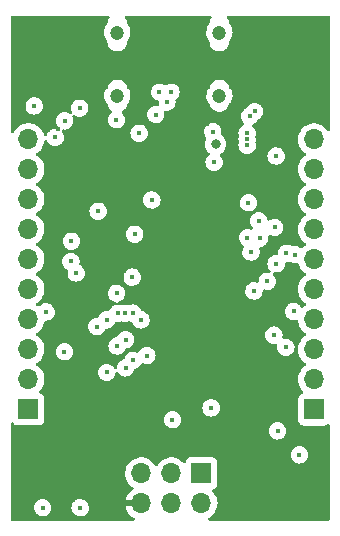
<source format=gbr>
%TF.GenerationSoftware,KiCad,Pcbnew,(6.0.7)*%
%TF.CreationDate,2022-09-02T00:32:44-07:00*%
%TF.ProjectId,HARDWARE_USBC_ISP_Programmer,48415244-5741-4524-955f-555342435f49,rev?*%
%TF.SameCoordinates,Original*%
%TF.FileFunction,Copper,L3,Inr*%
%TF.FilePolarity,Positive*%
%FSLAX46Y46*%
G04 Gerber Fmt 4.6, Leading zero omitted, Abs format (unit mm)*
G04 Created by KiCad (PCBNEW (6.0.7)) date 2022-09-02 00:32:44*
%MOMM*%
%LPD*%
G01*
G04 APERTURE LIST*
%TA.AperFunction,ComponentPad*%
%ADD10R,1.700000X1.700000*%
%TD*%
%TA.AperFunction,ComponentPad*%
%ADD11O,1.700000X1.700000*%
%TD*%
%TA.AperFunction,ComponentPad*%
%ADD12C,1.200000*%
%TD*%
%TA.AperFunction,ViaPad*%
%ADD13C,0.800000*%
%TD*%
%TA.AperFunction,ViaPad*%
%ADD14C,0.450000*%
%TD*%
%TA.AperFunction,ViaPad*%
%ADD15C,0.400000*%
%TD*%
G04 APERTURE END LIST*
D10*
%TO.N,Net-(J2-Pad1)*%
%TO.C,J2*%
X75200000Y-124025000D03*
D11*
%TO.N,+5V*%
X75200000Y-126565000D03*
%TO.N,Net-(J2-Pad3)*%
X72660000Y-124025000D03*
%TO.N,Net-(J2-Pad4)*%
X72660000Y-126565000D03*
%TO.N,Net-(J2-Pad5)*%
X70120000Y-124025000D03*
%TO.N,GND*%
X70120000Y-126565000D03*
%TD*%
D12*
%TO.N,GND*%
%TO.C,J1*%
X76720000Y-92060000D03*
X68080000Y-92060000D03*
X76720000Y-86700000D03*
X68080000Y-86700000D03*
%TD*%
D10*
%TO.N,/IO10*%
%TO.C,J3*%
X60550000Y-118585000D03*
D11*
%TO.N,/IO11*%
X60550000Y-116045000D03*
%TO.N,/IO12*%
X60550000Y-113505000D03*
%TO.N,/IO13*%
X60550000Y-110965000D03*
%TO.N,/A5*%
X60550000Y-108425000D03*
%TO.N,/A4*%
X60550000Y-105885000D03*
%TO.N,/A3*%
X60550000Y-103345000D03*
%TO.N,/A2*%
X60550000Y-100805000D03*
%TO.N,/A1*%
X60550000Y-98265000D03*
%TO.N,/A0*%
X60550000Y-95725000D03*
%TD*%
D10*
%TO.N,/D0 {slash} RX*%
%TO.C,J4*%
X84725000Y-118610000D03*
D11*
%TO.N,/D1 {slash} TX*%
X84725000Y-116070000D03*
%TO.N,/D2 {slash} SDA*%
X84725000Y-113530000D03*
%TO.N,/D3 {slash} SCL*%
X84725000Y-110990000D03*
%TO.N,/D4*%
X84725000Y-108450000D03*
%TO.N,/D5*%
X84725000Y-105910000D03*
%TO.N,/D6*%
X84725000Y-103370000D03*
%TO.N,/D7*%
X84725000Y-100830000D03*
%TO.N,/IO8*%
X84725000Y-98290000D03*
%TO.N,/IO9*%
X84725000Y-95750000D03*
%TD*%
D13*
%TO.N,+5V*%
X76400000Y-96150000D03*
D14*
X61750000Y-126925000D03*
X79075000Y-95750000D03*
X68025000Y-108775000D03*
X61050000Y-92900000D03*
X79700000Y-93375000D03*
X63600000Y-113711774D03*
X79175000Y-101100000D03*
X70575000Y-114050000D03*
X66450000Y-101825000D03*
X79287500Y-93787500D03*
X64925000Y-126925000D03*
X79075000Y-96250000D03*
X81650000Y-120425000D03*
X79075000Y-95225000D03*
%TO.N,GND*%
X80025000Y-96075000D03*
X77350000Y-98625000D03*
X84175000Y-127050000D03*
X71913556Y-101836444D03*
X69425000Y-93600000D03*
X69250000Y-99050000D03*
X78675000Y-109150000D03*
X76050000Y-117400000D03*
X75700000Y-94475000D03*
D13*
X72700000Y-107325000D03*
D14*
X63075000Y-94900000D03*
X81200000Y-127050000D03*
X75500000Y-91825000D03*
X70975000Y-116975000D03*
X65725000Y-108725000D03*
X68450000Y-105850000D03*
X65700000Y-115425000D03*
X84875000Y-85900000D03*
X72125000Y-114050000D03*
X64650000Y-87525000D03*
X75174500Y-113727930D03*
X64250000Y-118875000D03*
X64650000Y-102750000D03*
D13*
X75700000Y-104850000D03*
X75700000Y-107350000D03*
X72700000Y-104775000D03*
D14*
X62450000Y-120375000D03*
%TO.N,+5VA*%
X76275000Y-97675000D03*
X79650000Y-108575000D03*
X71000000Y-100875000D03*
%TO.N,/RXLED*%
X69350000Y-107400000D03*
X81525000Y-97150000D03*
X80125000Y-104125000D03*
X81400000Y-103200000D03*
%TO.N,/USB_VBUS*%
X76150000Y-95075000D03*
X69925000Y-95225500D03*
%TO.N,/USB_D+*%
X62825000Y-95575000D03*
X64150000Y-106075000D03*
D15*
%TO.N,/USB_D-*%
X72650000Y-91725000D03*
D14*
X64200000Y-104350000D03*
X68000000Y-94075000D03*
D15*
X72300000Y-92600000D03*
D14*
X63625000Y-94175500D03*
%TO.N,/CC2*%
X71325000Y-93650000D03*
D15*
X71650000Y-91725000D03*
D14*
%TO.N,/IO10*%
X79400000Y-105275500D03*
X62050000Y-110350000D03*
%TO.N,/IO11*%
X66325000Y-111600000D03*
%TO.N,/IO12*%
X80775000Y-107750000D03*
%TO.N,/IO13*%
X79100000Y-104050000D03*
%TO.N,/A4*%
X83500000Y-122450000D03*
%TO.N,/D2 {slash} SDA*%
X82350500Y-113350000D03*
%TO.N,/D3 {slash} SCL*%
X81337548Y-112312452D03*
%TO.N,/D4*%
X76025000Y-118475000D03*
%TO.N,/D5*%
X83000000Y-110300000D03*
%TO.N,/D6*%
X83125000Y-105500000D03*
%TO.N,/D7*%
X80050000Y-102650000D03*
X69550000Y-103775000D03*
%TO.N,/IO8*%
X67175000Y-111025000D03*
X67175000Y-115475000D03*
X70075000Y-111025000D03*
X81523944Y-106275500D03*
%TO.N,/IO9*%
X82400000Y-105374500D03*
%TO.N,/NRESET*%
X64600000Y-107050000D03*
X64900000Y-93100000D03*
%TO.N,/MISO*%
X69400000Y-110450000D03*
X69425000Y-114450000D03*
%TO.N,/SCK*%
X72750000Y-119475000D03*
X68063226Y-113236774D03*
X68100000Y-110475000D03*
%TO.N,/MOSI*%
X68749503Y-110475000D03*
X68775000Y-115086274D03*
X68775000Y-112699500D03*
%TD*%
%TA.AperFunction,Conductor*%
%TO.N,GND*%
G36*
X67362367Y-85278502D02*
G01*
X67408860Y-85332158D01*
X67418964Y-85402432D01*
X67399103Y-85451314D01*
X67400225Y-85451973D01*
X67318324Y-85591481D01*
X67265215Y-85744287D01*
X67249904Y-85854403D01*
X67248430Y-85862866D01*
X67243336Y-85887159D01*
X67243335Y-85887166D01*
X67242336Y-85891931D01*
X67241681Y-85904467D01*
X67242178Y-85909309D01*
X67242178Y-85909313D01*
X67242744Y-85914825D01*
X67229801Y-85984632D01*
X67216352Y-86005694D01*
X67150349Y-86089418D01*
X67144081Y-86099069D01*
X67054649Y-86269052D01*
X67050240Y-86279695D01*
X66993281Y-86463132D01*
X66990891Y-86474376D01*
X66968313Y-86665137D01*
X66968012Y-86676638D01*
X66980575Y-86868304D01*
X66982376Y-86879674D01*
X67029657Y-87065843D01*
X67033498Y-87076690D01*
X67113915Y-87251128D01*
X67119666Y-87261089D01*
X67218886Y-87401482D01*
X67241867Y-87468656D01*
X67241839Y-87479014D01*
X67241333Y-87482985D01*
X67241681Y-87495533D01*
X67242561Y-87500309D01*
X67242562Y-87500317D01*
X67246323Y-87520727D01*
X67247208Y-87526207D01*
X67249314Y-87541350D01*
X67265215Y-87655713D01*
X67318324Y-87808519D01*
X67400225Y-87948027D01*
X67404340Y-87952651D01*
X67404342Y-87952654D01*
X67459964Y-88015158D01*
X67507768Y-88068877D01*
X67572294Y-88117650D01*
X67631879Y-88162689D01*
X67631882Y-88162691D01*
X67636821Y-88166424D01*
X67642394Y-88169122D01*
X67642397Y-88169124D01*
X67776854Y-88234222D01*
X67782425Y-88236919D01*
X67788413Y-88238477D01*
X67932991Y-88276095D01*
X67932994Y-88276095D01*
X67938984Y-88277654D01*
X68013005Y-88281966D01*
X68031528Y-88284434D01*
X68046931Y-88287664D01*
X68059467Y-88288319D01*
X68064318Y-88287821D01*
X68069040Y-88287703D01*
X68078424Y-88287818D01*
X68083163Y-88288053D01*
X68087985Y-88288667D01*
X68100533Y-88288319D01*
X68121765Y-88284406D01*
X68137263Y-88282533D01*
X68221016Y-88277654D01*
X68227006Y-88276095D01*
X68227009Y-88276095D01*
X68371587Y-88238477D01*
X68377575Y-88236919D01*
X68383146Y-88234222D01*
X68517603Y-88169124D01*
X68517606Y-88169122D01*
X68523179Y-88166424D01*
X68528118Y-88162691D01*
X68528121Y-88162689D01*
X68587705Y-88117651D01*
X68652232Y-88068877D01*
X68700036Y-88015158D01*
X68755658Y-87952654D01*
X68755660Y-87952651D01*
X68759775Y-87948027D01*
X68841676Y-87808519D01*
X68894785Y-87655713D01*
X68910096Y-87545597D01*
X68911570Y-87537134D01*
X68916664Y-87512841D01*
X68916665Y-87512834D01*
X68917664Y-87508069D01*
X68918319Y-87495533D01*
X68917821Y-87490675D01*
X68917277Y-87485379D01*
X68930221Y-87415572D01*
X68945745Y-87391946D01*
X68993357Y-87334699D01*
X68999863Y-87325233D01*
X69093726Y-87157628D01*
X69098400Y-87147131D01*
X69160144Y-86965240D01*
X69162832Y-86954045D01*
X69190689Y-86761911D01*
X69191319Y-86754528D01*
X69192650Y-86703704D01*
X69192407Y-86696305D01*
X69174643Y-86502975D01*
X69172545Y-86491654D01*
X69120408Y-86306791D01*
X69116283Y-86296044D01*
X69031328Y-86123772D01*
X69025318Y-86113964D01*
X68942931Y-86003636D01*
X68918199Y-85937087D01*
X68918044Y-85922008D01*
X68918052Y-85921841D01*
X68918667Y-85917015D01*
X68918319Y-85904467D01*
X68917439Y-85899691D01*
X68917438Y-85899683D01*
X68913677Y-85879273D01*
X68912792Y-85873793D01*
X68895638Y-85750424D01*
X68894785Y-85744287D01*
X68841676Y-85591481D01*
X68759775Y-85451973D01*
X68761192Y-85451141D01*
X68739965Y-85391786D01*
X68755994Y-85322622D01*
X68806872Y-85273105D01*
X68865754Y-85258500D01*
X75934246Y-85258500D01*
X76002367Y-85278502D01*
X76048860Y-85332158D01*
X76058964Y-85402432D01*
X76039103Y-85451314D01*
X76040225Y-85451973D01*
X75958324Y-85591481D01*
X75905215Y-85744287D01*
X75889904Y-85854403D01*
X75888430Y-85862866D01*
X75883336Y-85887159D01*
X75883335Y-85887166D01*
X75882336Y-85891931D01*
X75881681Y-85904467D01*
X75882178Y-85909309D01*
X75882178Y-85909313D01*
X75882744Y-85914825D01*
X75869801Y-85984632D01*
X75856352Y-86005694D01*
X75790349Y-86089418D01*
X75784081Y-86099069D01*
X75694649Y-86269052D01*
X75690240Y-86279695D01*
X75633281Y-86463132D01*
X75630891Y-86474376D01*
X75608313Y-86665137D01*
X75608012Y-86676638D01*
X75620575Y-86868304D01*
X75622376Y-86879674D01*
X75669657Y-87065843D01*
X75673498Y-87076690D01*
X75753915Y-87251128D01*
X75759666Y-87261089D01*
X75858886Y-87401482D01*
X75881867Y-87468656D01*
X75881839Y-87479014D01*
X75881333Y-87482985D01*
X75881681Y-87495533D01*
X75882561Y-87500309D01*
X75882562Y-87500317D01*
X75886323Y-87520727D01*
X75887208Y-87526207D01*
X75889314Y-87541350D01*
X75905215Y-87655713D01*
X75958324Y-87808519D01*
X76040225Y-87948027D01*
X76044340Y-87952651D01*
X76044342Y-87952654D01*
X76099964Y-88015158D01*
X76147768Y-88068877D01*
X76212294Y-88117650D01*
X76271879Y-88162689D01*
X76271882Y-88162691D01*
X76276821Y-88166424D01*
X76282394Y-88169122D01*
X76282397Y-88169124D01*
X76416854Y-88234222D01*
X76422425Y-88236919D01*
X76428413Y-88238477D01*
X76572991Y-88276095D01*
X76572994Y-88276095D01*
X76578984Y-88277654D01*
X76653005Y-88281966D01*
X76671528Y-88284434D01*
X76686931Y-88287664D01*
X76699467Y-88288319D01*
X76704318Y-88287821D01*
X76709040Y-88287703D01*
X76718424Y-88287818D01*
X76723163Y-88288053D01*
X76727985Y-88288667D01*
X76740533Y-88288319D01*
X76761765Y-88284406D01*
X76777263Y-88282533D01*
X76861016Y-88277654D01*
X76867006Y-88276095D01*
X76867009Y-88276095D01*
X77011587Y-88238477D01*
X77017575Y-88236919D01*
X77023146Y-88234222D01*
X77157603Y-88169124D01*
X77157606Y-88169122D01*
X77163179Y-88166424D01*
X77168118Y-88162691D01*
X77168121Y-88162689D01*
X77227705Y-88117651D01*
X77292232Y-88068877D01*
X77340036Y-88015158D01*
X77395658Y-87952654D01*
X77395660Y-87952651D01*
X77399775Y-87948027D01*
X77481676Y-87808519D01*
X77534785Y-87655713D01*
X77550096Y-87545597D01*
X77551570Y-87537134D01*
X77556664Y-87512841D01*
X77556665Y-87512834D01*
X77557664Y-87508069D01*
X77558319Y-87495533D01*
X77557821Y-87490675D01*
X77557277Y-87485379D01*
X77570221Y-87415572D01*
X77585745Y-87391946D01*
X77633357Y-87334699D01*
X77639863Y-87325233D01*
X77733726Y-87157628D01*
X77738400Y-87147131D01*
X77800144Y-86965240D01*
X77802832Y-86954045D01*
X77830689Y-86761911D01*
X77831319Y-86754528D01*
X77832650Y-86703704D01*
X77832407Y-86696305D01*
X77814643Y-86502975D01*
X77812545Y-86491654D01*
X77760408Y-86306791D01*
X77756283Y-86296044D01*
X77671328Y-86123772D01*
X77665318Y-86113964D01*
X77582931Y-86003636D01*
X77558199Y-85937087D01*
X77558044Y-85922008D01*
X77558052Y-85921841D01*
X77558667Y-85917015D01*
X77558319Y-85904467D01*
X77557439Y-85899691D01*
X77557438Y-85899683D01*
X77553677Y-85879273D01*
X77552792Y-85873793D01*
X77535638Y-85750424D01*
X77534785Y-85744287D01*
X77481676Y-85591481D01*
X77399775Y-85451973D01*
X77401192Y-85451141D01*
X77379965Y-85391786D01*
X77395994Y-85322622D01*
X77446872Y-85273105D01*
X77505754Y-85258500D01*
X85940500Y-85258500D01*
X86008621Y-85278502D01*
X86055114Y-85332158D01*
X86066500Y-85384500D01*
X86066500Y-94895737D01*
X86046498Y-94963858D01*
X85992842Y-95010351D01*
X85922568Y-95020455D01*
X85857988Y-94990961D01*
X85834708Y-94964177D01*
X85807822Y-94922617D01*
X85807820Y-94922614D01*
X85805014Y-94918277D01*
X85654670Y-94753051D01*
X85650619Y-94749852D01*
X85650615Y-94749848D01*
X85483414Y-94617800D01*
X85483410Y-94617798D01*
X85479359Y-94614598D01*
X85283789Y-94506638D01*
X85278920Y-94504914D01*
X85278916Y-94504912D01*
X85078087Y-94433795D01*
X85078083Y-94433794D01*
X85073212Y-94432069D01*
X85068119Y-94431162D01*
X85068116Y-94431161D01*
X84858373Y-94393800D01*
X84858367Y-94393799D01*
X84853284Y-94392894D01*
X84779452Y-94391992D01*
X84635081Y-94390228D01*
X84635079Y-94390228D01*
X84629911Y-94390165D01*
X84409091Y-94423955D01*
X84196756Y-94493357D01*
X83998607Y-94596507D01*
X83994474Y-94599610D01*
X83994471Y-94599612D01*
X83824100Y-94727530D01*
X83819965Y-94730635D01*
X83816393Y-94734373D01*
X83689520Y-94867138D01*
X83665629Y-94892138D01*
X83662715Y-94896410D01*
X83662714Y-94896411D01*
X83596596Y-94993337D01*
X83539743Y-95076680D01*
X83526140Y-95105985D01*
X83452471Y-95264693D01*
X83445688Y-95279305D01*
X83385989Y-95494570D01*
X83362251Y-95716695D01*
X83362548Y-95721848D01*
X83362548Y-95721851D01*
X83373874Y-95918275D01*
X83375110Y-95939715D01*
X83376247Y-95944761D01*
X83376248Y-95944767D01*
X83390485Y-96007939D01*
X83424222Y-96157639D01*
X83477464Y-96288760D01*
X83500791Y-96346206D01*
X83508266Y-96364616D01*
X83537679Y-96412613D01*
X83609002Y-96529002D01*
X83624987Y-96555088D01*
X83771250Y-96723938D01*
X83943126Y-96866632D01*
X83989805Y-96893909D01*
X84016445Y-96909476D01*
X84065169Y-96961114D01*
X84078240Y-97030897D01*
X84051509Y-97096669D01*
X84011055Y-97130027D01*
X83998607Y-97136507D01*
X83994474Y-97139610D01*
X83994471Y-97139612D01*
X83824100Y-97267530D01*
X83819965Y-97270635D01*
X83816393Y-97274373D01*
X83689520Y-97407138D01*
X83665629Y-97432138D01*
X83662715Y-97436410D01*
X83662714Y-97436411D01*
X83584990Y-97550351D01*
X83539743Y-97616680D01*
X83512672Y-97675000D01*
X83457293Y-97794305D01*
X83445688Y-97819305D01*
X83385989Y-98034570D01*
X83362251Y-98256695D01*
X83362548Y-98261848D01*
X83362548Y-98261851D01*
X83374812Y-98474547D01*
X83375110Y-98479715D01*
X83376247Y-98484761D01*
X83376248Y-98484767D01*
X83381647Y-98508722D01*
X83424222Y-98697639D01*
X83508266Y-98904616D01*
X83510965Y-98909020D01*
X83609002Y-99069002D01*
X83624987Y-99095088D01*
X83771250Y-99263938D01*
X83943126Y-99406632D01*
X83989805Y-99433909D01*
X84016445Y-99449476D01*
X84065169Y-99501114D01*
X84078240Y-99570897D01*
X84051509Y-99636669D01*
X84011055Y-99670027D01*
X83998607Y-99676507D01*
X83994474Y-99679610D01*
X83994471Y-99679612D01*
X83824100Y-99807530D01*
X83819965Y-99810635D01*
X83816393Y-99814373D01*
X83689520Y-99947138D01*
X83665629Y-99972138D01*
X83662715Y-99976410D01*
X83662714Y-99976411D01*
X83584990Y-100090351D01*
X83539743Y-100156680D01*
X83492716Y-100257992D01*
X83457293Y-100334305D01*
X83445688Y-100359305D01*
X83385989Y-100574570D01*
X83362251Y-100796695D01*
X83362548Y-100801848D01*
X83362548Y-100801851D01*
X83374812Y-101014547D01*
X83375110Y-101019715D01*
X83376247Y-101024761D01*
X83376248Y-101024767D01*
X83391641Y-101093069D01*
X83424222Y-101237639D01*
X83508266Y-101444616D01*
X83542257Y-101500084D01*
X83611439Y-101612979D01*
X83624987Y-101635088D01*
X83771250Y-101803938D01*
X83943126Y-101946632D01*
X83989805Y-101973909D01*
X84016445Y-101989476D01*
X84065169Y-102041114D01*
X84078240Y-102110897D01*
X84051509Y-102176669D01*
X84011055Y-102210027D01*
X83998607Y-102216507D01*
X83994474Y-102219610D01*
X83994471Y-102219612D01*
X83824100Y-102347530D01*
X83819965Y-102350635D01*
X83816393Y-102354373D01*
X83689520Y-102487138D01*
X83665629Y-102512138D01*
X83662715Y-102516410D01*
X83662714Y-102516411D01*
X83593185Y-102618337D01*
X83539743Y-102696680D01*
X83521256Y-102736507D01*
X83457293Y-102874305D01*
X83445688Y-102899305D01*
X83385989Y-103114570D01*
X83362251Y-103336695D01*
X83362548Y-103341848D01*
X83362548Y-103341851D01*
X83374162Y-103543275D01*
X83375110Y-103559715D01*
X83376247Y-103564761D01*
X83376248Y-103564767D01*
X83399648Y-103668597D01*
X83424222Y-103777639D01*
X83508266Y-103984616D01*
X83533065Y-104025084D01*
X83609328Y-104149534D01*
X83624987Y-104175088D01*
X83771250Y-104343938D01*
X83943126Y-104486632D01*
X83987122Y-104512341D01*
X84016445Y-104529476D01*
X84065169Y-104581114D01*
X84078240Y-104650897D01*
X84051509Y-104716669D01*
X84011055Y-104750027D01*
X83998607Y-104756507D01*
X83994474Y-104759610D01*
X83994471Y-104759612D01*
X83928729Y-104808973D01*
X83819965Y-104890635D01*
X83816396Y-104894370D01*
X83816389Y-104894376D01*
X83778726Y-104933787D01*
X83717201Y-104969217D01*
X83646289Y-104965759D01*
X83598227Y-104935519D01*
X83592486Y-104929737D01*
X83592482Y-104929734D01*
X83587522Y-104924739D01*
X83448580Y-104836563D01*
X83375735Y-104810624D01*
X83300189Y-104783723D01*
X83300187Y-104783722D01*
X83293555Y-104781361D01*
X83286569Y-104780528D01*
X83286565Y-104780527D01*
X83172071Y-104766875D01*
X83130153Y-104761877D01*
X83123150Y-104762613D01*
X83123149Y-104762613D01*
X82973503Y-104778341D01*
X82973499Y-104778342D01*
X82966495Y-104779078D01*
X82944492Y-104786568D01*
X82935292Y-104789700D01*
X82864360Y-104792716D01*
X82827175Y-104776806D01*
X82729536Y-104714842D01*
X82729530Y-104714839D01*
X82723580Y-104711063D01*
X82657135Y-104687403D01*
X82575189Y-104658223D01*
X82575187Y-104658222D01*
X82568555Y-104655861D01*
X82561569Y-104655028D01*
X82561565Y-104655027D01*
X82447071Y-104641375D01*
X82405153Y-104636377D01*
X82398150Y-104637113D01*
X82398149Y-104637113D01*
X82355097Y-104641638D01*
X82241495Y-104653578D01*
X82234827Y-104655848D01*
X82092382Y-104704340D01*
X82092379Y-104704341D01*
X82085715Y-104706610D01*
X81995880Y-104761877D01*
X81960370Y-104783723D01*
X81945555Y-104792837D01*
X81897047Y-104840340D01*
X81846783Y-104889562D01*
X81827982Y-104907973D01*
X81738838Y-105046297D01*
X81736427Y-105052920D01*
X81736426Y-105052923D01*
X81684966Y-105194309D01*
X81684965Y-105194314D01*
X81682556Y-105200932D01*
X81661931Y-105364194D01*
X81665256Y-105398107D01*
X81665436Y-105399939D01*
X81652177Y-105469687D01*
X81603314Y-105521194D01*
X81539159Y-105538232D01*
X81536088Y-105538211D01*
X81529097Y-105537377D01*
X81365439Y-105554578D01*
X81358771Y-105556848D01*
X81216326Y-105605340D01*
X81216323Y-105605341D01*
X81209659Y-105607610D01*
X81069499Y-105693837D01*
X80951926Y-105808973D01*
X80862782Y-105947297D01*
X80860371Y-105953920D01*
X80860370Y-105953923D01*
X80808910Y-106095309D01*
X80808909Y-106095314D01*
X80806500Y-106101932D01*
X80785875Y-106265194D01*
X80801933Y-106428968D01*
X80853876Y-106585115D01*
X80857525Y-106591140D01*
X80917451Y-106690088D01*
X80939123Y-106725873D01*
X80944014Y-106730938D01*
X80944015Y-106730939D01*
X81026139Y-106815981D01*
X81059071Y-106878878D01*
X81052771Y-106949594D01*
X81009239Y-107005679D01*
X80942296Y-107029325D01*
X80920585Y-107028622D01*
X80780153Y-107011877D01*
X80773150Y-107012613D01*
X80773149Y-107012613D01*
X80729935Y-107017155D01*
X80616495Y-107029078D01*
X80602106Y-107033976D01*
X80467382Y-107079840D01*
X80467379Y-107079841D01*
X80460715Y-107082110D01*
X80437952Y-107096114D01*
X80343577Y-107154174D01*
X80320555Y-107168337D01*
X80267994Y-107219809D01*
X80212031Y-107274612D01*
X80202982Y-107283473D01*
X80113838Y-107421797D01*
X80111427Y-107428420D01*
X80111426Y-107428423D01*
X80059966Y-107569809D01*
X80059965Y-107569814D01*
X80057556Y-107576432D01*
X80036931Y-107739694D01*
X80037619Y-107746708D01*
X80037520Y-107753752D01*
X80035378Y-107753722D01*
X80024051Y-107813305D01*
X79975189Y-107864812D01*
X79906236Y-107881726D01*
X79869644Y-107874553D01*
X79825189Y-107858723D01*
X79825187Y-107858722D01*
X79818555Y-107856361D01*
X79811569Y-107855528D01*
X79811565Y-107855527D01*
X79697071Y-107841875D01*
X79655153Y-107836877D01*
X79648150Y-107837613D01*
X79648149Y-107837613D01*
X79604935Y-107842155D01*
X79491495Y-107854078D01*
X79484827Y-107856348D01*
X79342382Y-107904840D01*
X79342379Y-107904841D01*
X79335715Y-107907110D01*
X79282003Y-107940154D01*
X79207966Y-107985702D01*
X79195555Y-107993337D01*
X79150342Y-108037613D01*
X79093502Y-108093275D01*
X79077982Y-108108473D01*
X78988838Y-108246797D01*
X78986427Y-108253420D01*
X78986426Y-108253423D01*
X78934966Y-108394809D01*
X78934965Y-108394814D01*
X78932556Y-108401432D01*
X78911931Y-108564694D01*
X78927989Y-108728468D01*
X78979932Y-108884615D01*
X78983581Y-108890640D01*
X79042644Y-108988163D01*
X79065179Y-109025373D01*
X79070070Y-109030438D01*
X79070071Y-109030439D01*
X79122388Y-109084615D01*
X79179491Y-109143747D01*
X79317189Y-109233854D01*
X79471428Y-109291215D01*
X79478409Y-109292146D01*
X79478411Y-109292147D01*
X79627561Y-109312048D01*
X79627565Y-109312048D01*
X79634542Y-109312979D01*
X79641553Y-109312341D01*
X79641557Y-109312341D01*
X79791403Y-109298704D01*
X79791404Y-109298704D01*
X79798424Y-109298065D01*
X79874498Y-109273347D01*
X79948230Y-109249390D01*
X79948233Y-109249389D01*
X79954929Y-109247213D01*
X80096279Y-109162951D01*
X80215449Y-109049468D01*
X80231458Y-109025373D01*
X80302614Y-108918275D01*
X80302615Y-108918273D01*
X80306515Y-108912403D01*
X80364951Y-108758568D01*
X80385625Y-108611466D01*
X80387302Y-108599534D01*
X80387303Y-108599527D01*
X80387853Y-108595610D01*
X80388141Y-108575000D01*
X80388204Y-108575001D01*
X80404593Y-108507056D01*
X80455912Y-108457997D01*
X80525609Y-108444470D01*
X80557715Y-108451818D01*
X80589823Y-108463759D01*
X80589826Y-108463760D01*
X80596428Y-108466215D01*
X80603409Y-108467146D01*
X80603411Y-108467147D01*
X80752561Y-108487048D01*
X80752565Y-108487048D01*
X80759542Y-108487979D01*
X80766553Y-108487341D01*
X80766557Y-108487341D01*
X80916403Y-108473704D01*
X80916404Y-108473704D01*
X80923424Y-108473065D01*
X80975760Y-108456060D01*
X81073230Y-108424390D01*
X81073233Y-108424389D01*
X81079929Y-108422213D01*
X81221279Y-108337951D01*
X81340449Y-108224468D01*
X81344350Y-108218597D01*
X81427614Y-108093275D01*
X81427615Y-108093273D01*
X81431515Y-108087403D01*
X81489951Y-107933568D01*
X81500802Y-107856361D01*
X81512302Y-107774534D01*
X81512303Y-107774527D01*
X81512853Y-107770610D01*
X81513141Y-107750000D01*
X81494798Y-107586466D01*
X81488998Y-107569809D01*
X81448338Y-107453051D01*
X81440680Y-107431060D01*
X81436799Y-107424848D01*
X81357209Y-107297479D01*
X81353476Y-107291505D01*
X81272339Y-107209800D01*
X81238532Y-107147370D01*
X81243844Y-107076572D01*
X81286588Y-107019885D01*
X81353195Y-106995306D01*
X81378408Y-106996123D01*
X81393786Y-106998175D01*
X81501505Y-107012548D01*
X81501509Y-107012548D01*
X81508486Y-107013479D01*
X81515497Y-107012841D01*
X81515501Y-107012841D01*
X81665347Y-106999204D01*
X81665348Y-106999204D01*
X81672368Y-106998565D01*
X81695399Y-106991082D01*
X81822174Y-106949890D01*
X81822177Y-106949889D01*
X81828873Y-106947713D01*
X81970223Y-106863451D01*
X82089393Y-106749968D01*
X82097533Y-106737717D01*
X82176558Y-106618775D01*
X82176559Y-106618773D01*
X82180459Y-106612903D01*
X82238895Y-106459068D01*
X82258099Y-106322425D01*
X82261246Y-106300034D01*
X82261247Y-106300027D01*
X82261797Y-106296110D01*
X82262085Y-106275500D01*
X82259423Y-106251768D01*
X82271707Y-106181842D01*
X82319846Y-106129658D01*
X82384536Y-106112478D01*
X82384542Y-106112479D01*
X82391553Y-106111841D01*
X82391557Y-106111841D01*
X82541403Y-106098204D01*
X82541404Y-106098204D01*
X82548424Y-106097565D01*
X82563083Y-106092802D01*
X82591312Y-106083630D01*
X82662280Y-106081603D01*
X82699238Y-106098029D01*
X82792189Y-106158854D01*
X82946428Y-106216215D01*
X82953409Y-106217146D01*
X82953411Y-106217147D01*
X83102561Y-106237048D01*
X83102565Y-106237048D01*
X83109542Y-106237979D01*
X83116553Y-106237341D01*
X83116557Y-106237341D01*
X83183771Y-106231224D01*
X83273424Y-106223065D01*
X83277163Y-106221850D01*
X83346687Y-106227646D01*
X83403018Y-106270859D01*
X83419935Y-106308167D01*
X83421540Y-106307664D01*
X83423085Y-106312594D01*
X83424222Y-106317639D01*
X83508266Y-106524616D01*
X83552916Y-106597479D01*
X83609002Y-106689002D01*
X83624987Y-106715088D01*
X83771250Y-106883938D01*
X83943126Y-107026632D01*
X83983116Y-107050000D01*
X84016445Y-107069476D01*
X84065169Y-107121114D01*
X84078240Y-107190897D01*
X84051509Y-107256669D01*
X84011055Y-107290027D01*
X83998607Y-107296507D01*
X83994474Y-107299610D01*
X83994471Y-107299612D01*
X83827358Y-107425084D01*
X83819965Y-107430635D01*
X83816393Y-107434373D01*
X83689520Y-107567138D01*
X83665629Y-107592138D01*
X83662715Y-107596410D01*
X83662714Y-107596411D01*
X83588644Y-107704994D01*
X83539743Y-107776680D01*
X83501660Y-107858723D01*
X83457293Y-107954305D01*
X83445688Y-107979305D01*
X83385989Y-108194570D01*
X83362251Y-108416695D01*
X83362548Y-108421848D01*
X83362548Y-108421851D01*
X83373885Y-108618465D01*
X83375110Y-108639715D01*
X83376247Y-108644761D01*
X83376248Y-108644767D01*
X83381647Y-108668722D01*
X83424222Y-108857639D01*
X83462461Y-108951811D01*
X83489886Y-109019350D01*
X83508266Y-109064616D01*
X83537550Y-109112403D01*
X83609002Y-109229002D01*
X83624987Y-109255088D01*
X83771250Y-109423938D01*
X83860537Y-109498065D01*
X83937399Y-109561877D01*
X83943126Y-109566632D01*
X83980388Y-109588406D01*
X84016445Y-109609476D01*
X84065169Y-109661114D01*
X84078240Y-109730897D01*
X84051509Y-109796669D01*
X84011055Y-109830027D01*
X84005717Y-109832806D01*
X83998607Y-109836507D01*
X83994474Y-109839610D01*
X83994471Y-109839612D01*
X83941302Y-109879533D01*
X83820283Y-109970397D01*
X83753799Y-109995302D01*
X83684404Y-109980310D01*
X83637777Y-109936406D01*
X83582209Y-109847479D01*
X83578476Y-109841505D01*
X83505817Y-109768337D01*
X83467486Y-109729737D01*
X83467482Y-109729734D01*
X83462522Y-109724739D01*
X83323580Y-109636563D01*
X83203794Y-109593909D01*
X83175189Y-109583723D01*
X83175187Y-109583722D01*
X83168555Y-109581361D01*
X83161569Y-109580528D01*
X83161565Y-109580527D01*
X83045031Y-109566632D01*
X83005153Y-109561877D01*
X82998150Y-109562613D01*
X82998149Y-109562613D01*
X82959912Y-109566632D01*
X82841495Y-109579078D01*
X82834827Y-109581348D01*
X82692382Y-109629840D01*
X82692379Y-109629841D01*
X82685715Y-109632110D01*
X82663924Y-109645516D01*
X82556056Y-109711877D01*
X82545555Y-109718337D01*
X82506726Y-109756361D01*
X82448953Y-109812937D01*
X82427982Y-109833473D01*
X82338838Y-109971797D01*
X82336427Y-109978420D01*
X82336426Y-109978423D01*
X82284966Y-110119809D01*
X82284965Y-110119814D01*
X82282556Y-110126432D01*
X82261931Y-110289694D01*
X82277989Y-110453468D01*
X82329932Y-110609615D01*
X82333581Y-110615640D01*
X82390468Y-110709570D01*
X82415179Y-110750373D01*
X82529491Y-110868747D01*
X82667189Y-110958854D01*
X82821428Y-111016215D01*
X82828409Y-111017146D01*
X82828411Y-111017147D01*
X82977561Y-111037048D01*
X82977565Y-111037048D01*
X82984542Y-111037979D01*
X82991553Y-111037341D01*
X82991557Y-111037341D01*
X83141403Y-111023704D01*
X83141404Y-111023704D01*
X83148424Y-111023065D01*
X83206749Y-111004114D01*
X83277716Y-111002086D01*
X83338514Y-111038749D01*
X83369840Y-111102461D01*
X83371476Y-111116693D01*
X83374190Y-111163758D01*
X83375110Y-111179715D01*
X83376247Y-111184761D01*
X83376248Y-111184767D01*
X83385278Y-111224835D01*
X83424222Y-111397639D01*
X83485673Y-111548976D01*
X83505055Y-111596707D01*
X83508266Y-111604616D01*
X83535007Y-111648253D01*
X83619151Y-111785564D01*
X83624987Y-111795088D01*
X83771250Y-111963938D01*
X83943126Y-112106632D01*
X83981810Y-112129237D01*
X84016445Y-112149476D01*
X84065169Y-112201114D01*
X84078240Y-112270897D01*
X84051509Y-112336669D01*
X84011055Y-112370027D01*
X83998607Y-112376507D01*
X83994474Y-112379610D01*
X83994471Y-112379612D01*
X83824834Y-112506979D01*
X83819965Y-112510635D01*
X83816393Y-112514373D01*
X83685429Y-112651419D01*
X83665629Y-112672138D01*
X83662715Y-112676410D01*
X83662714Y-112676411D01*
X83598214Y-112770965D01*
X83539743Y-112856680D01*
X83512143Y-112916139D01*
X83455709Y-113037717D01*
X83445688Y-113059305D01*
X83385989Y-113274570D01*
X83362251Y-113496695D01*
X83362548Y-113501848D01*
X83362548Y-113501851D01*
X83374706Y-113712711D01*
X83375110Y-113719715D01*
X83376247Y-113724761D01*
X83376248Y-113724767D01*
X83390175Y-113786563D01*
X83424222Y-113937639D01*
X83458229Y-114021389D01*
X83496594Y-114115870D01*
X83508266Y-114144616D01*
X83530177Y-114180371D01*
X83609002Y-114309002D01*
X83624987Y-114335088D01*
X83771250Y-114503938D01*
X83943126Y-114646632D01*
X83989805Y-114673909D01*
X84016445Y-114689476D01*
X84065169Y-114741114D01*
X84078240Y-114810897D01*
X84051509Y-114876669D01*
X84011055Y-114910027D01*
X83998607Y-114916507D01*
X83994474Y-114919610D01*
X83994471Y-114919612D01*
X83824100Y-115047530D01*
X83819965Y-115050635D01*
X83816393Y-115054373D01*
X83689520Y-115187138D01*
X83665629Y-115212138D01*
X83662715Y-115216410D01*
X83662714Y-115216411D01*
X83597872Y-115311466D01*
X83539743Y-115396680D01*
X83524486Y-115429549D01*
X83457293Y-115574305D01*
X83445688Y-115599305D01*
X83385989Y-115814570D01*
X83362251Y-116036695D01*
X83362548Y-116041848D01*
X83362548Y-116041851D01*
X83374812Y-116254547D01*
X83375110Y-116259715D01*
X83376247Y-116264761D01*
X83376248Y-116264767D01*
X83381647Y-116288722D01*
X83424222Y-116477639D01*
X83508266Y-116684616D01*
X83510965Y-116689020D01*
X83609002Y-116849002D01*
X83624987Y-116875088D01*
X83771250Y-117043938D01*
X83775230Y-117047242D01*
X83779981Y-117051187D01*
X83819616Y-117110090D01*
X83821113Y-117181071D01*
X83783997Y-117241593D01*
X83743724Y-117266112D01*
X83628295Y-117309385D01*
X83511739Y-117396739D01*
X83424385Y-117513295D01*
X83373255Y-117649684D01*
X83366500Y-117711866D01*
X83366500Y-119508134D01*
X83373255Y-119570316D01*
X83424385Y-119706705D01*
X83511739Y-119823261D01*
X83628295Y-119910615D01*
X83764684Y-119961745D01*
X83826866Y-119968500D01*
X85623134Y-119968500D01*
X85685316Y-119961745D01*
X85821705Y-119910615D01*
X85855063Y-119885615D01*
X85864935Y-119878216D01*
X85931442Y-119853368D01*
X86000824Y-119868421D01*
X86051054Y-119918595D01*
X86066500Y-119979042D01*
X86066500Y-127890500D01*
X86046498Y-127958621D01*
X85992842Y-128005114D01*
X85940500Y-128016500D01*
X75868810Y-128016500D01*
X75800689Y-127996498D01*
X75754196Y-127942842D01*
X75744092Y-127872568D01*
X75773586Y-127807988D01*
X75813378Y-127777349D01*
X75893346Y-127738173D01*
X75897994Y-127735896D01*
X76079860Y-127606173D01*
X76088852Y-127597213D01*
X76188808Y-127497605D01*
X76238096Y-127448489D01*
X76269830Y-127404327D01*
X76365435Y-127271277D01*
X76368453Y-127267077D01*
X76381995Y-127239678D01*
X76465136Y-127071453D01*
X76465137Y-127071451D01*
X76467430Y-127066811D01*
X76532370Y-126853069D01*
X76561529Y-126631590D01*
X76563156Y-126565000D01*
X76544852Y-126342361D01*
X76490431Y-126125702D01*
X76401354Y-125920840D01*
X76280014Y-125733277D01*
X76260405Y-125711727D01*
X76132798Y-125571488D01*
X76101746Y-125507642D01*
X76110141Y-125437143D01*
X76155317Y-125382375D01*
X76181761Y-125368706D01*
X76288297Y-125328767D01*
X76296705Y-125325615D01*
X76413261Y-125238261D01*
X76500615Y-125121705D01*
X76551745Y-124985316D01*
X76558500Y-124923134D01*
X76558500Y-123126866D01*
X76551745Y-123064684D01*
X76500615Y-122928295D01*
X76413261Y-122811739D01*
X76296705Y-122724385D01*
X76160316Y-122673255D01*
X76098134Y-122666500D01*
X74301866Y-122666500D01*
X74239684Y-122673255D01*
X74103295Y-122724385D01*
X73986739Y-122811739D01*
X73899385Y-122928295D01*
X73896233Y-122936703D01*
X73854919Y-123046907D01*
X73812277Y-123103671D01*
X73745716Y-123128371D01*
X73676367Y-123113163D01*
X73643743Y-123087476D01*
X73593151Y-123031875D01*
X73593142Y-123031866D01*
X73589670Y-123028051D01*
X73585619Y-123024852D01*
X73585615Y-123024848D01*
X73418414Y-122892800D01*
X73418410Y-122892798D01*
X73414359Y-122889598D01*
X73218789Y-122781638D01*
X73213920Y-122779914D01*
X73213916Y-122779912D01*
X73013087Y-122708795D01*
X73013083Y-122708794D01*
X73008212Y-122707069D01*
X73003119Y-122706162D01*
X73003116Y-122706161D01*
X72793373Y-122668800D01*
X72793367Y-122668799D01*
X72788284Y-122667894D01*
X72714452Y-122666992D01*
X72570081Y-122665228D01*
X72570079Y-122665228D01*
X72564911Y-122665165D01*
X72344091Y-122698955D01*
X72131756Y-122768357D01*
X71933607Y-122871507D01*
X71929474Y-122874610D01*
X71929471Y-122874612D01*
X71759100Y-123002530D01*
X71754965Y-123005635D01*
X71728723Y-123033096D01*
X71653980Y-123111310D01*
X71600629Y-123167138D01*
X71493201Y-123324621D01*
X71438293Y-123369621D01*
X71367768Y-123377792D01*
X71304021Y-123346538D01*
X71283324Y-123322054D01*
X71202822Y-123197617D01*
X71202820Y-123197614D01*
X71200014Y-123193277D01*
X71049670Y-123028051D01*
X71045619Y-123024852D01*
X71045615Y-123024848D01*
X70878414Y-122892800D01*
X70878410Y-122892798D01*
X70874359Y-122889598D01*
X70678789Y-122781638D01*
X70673920Y-122779914D01*
X70673916Y-122779912D01*
X70473087Y-122708795D01*
X70473083Y-122708794D01*
X70468212Y-122707069D01*
X70463119Y-122706162D01*
X70463116Y-122706161D01*
X70253373Y-122668800D01*
X70253367Y-122668799D01*
X70248284Y-122667894D01*
X70174452Y-122666992D01*
X70030081Y-122665228D01*
X70030079Y-122665228D01*
X70024911Y-122665165D01*
X69804091Y-122698955D01*
X69591756Y-122768357D01*
X69393607Y-122871507D01*
X69389474Y-122874610D01*
X69389471Y-122874612D01*
X69219100Y-123002530D01*
X69214965Y-123005635D01*
X69188723Y-123033096D01*
X69113980Y-123111310D01*
X69060629Y-123167138D01*
X68934743Y-123351680D01*
X68840688Y-123554305D01*
X68780989Y-123769570D01*
X68757251Y-123991695D01*
X68770110Y-124214715D01*
X68771247Y-124219761D01*
X68771248Y-124219767D01*
X68795304Y-124326508D01*
X68819222Y-124432639D01*
X68903266Y-124639616D01*
X68940685Y-124700678D01*
X69017291Y-124825688D01*
X69019987Y-124830088D01*
X69166250Y-124998938D01*
X69338126Y-125141632D01*
X69411445Y-125184476D01*
X69411955Y-125184774D01*
X69460679Y-125236412D01*
X69473750Y-125306195D01*
X69447019Y-125371967D01*
X69406562Y-125405327D01*
X69398457Y-125409546D01*
X69389738Y-125415036D01*
X69219433Y-125542905D01*
X69211726Y-125549748D01*
X69064590Y-125703717D01*
X69058104Y-125711727D01*
X68938098Y-125887649D01*
X68933000Y-125896623D01*
X68843338Y-126089783D01*
X68839775Y-126099470D01*
X68784389Y-126299183D01*
X68785912Y-126307607D01*
X68798292Y-126311000D01*
X70248000Y-126311000D01*
X70316121Y-126331002D01*
X70362614Y-126384658D01*
X70374000Y-126437000D01*
X70374000Y-126693000D01*
X70353998Y-126761121D01*
X70300342Y-126807614D01*
X70248000Y-126819000D01*
X68803225Y-126819000D01*
X68789694Y-126822973D01*
X68788257Y-126832966D01*
X68818565Y-126967446D01*
X68821645Y-126977275D01*
X68901770Y-127174603D01*
X68906413Y-127183794D01*
X69017694Y-127365388D01*
X69023777Y-127373699D01*
X69163213Y-127534667D01*
X69170580Y-127541883D01*
X69334434Y-127677916D01*
X69342881Y-127683831D01*
X69510384Y-127781712D01*
X69559108Y-127833351D01*
X69572179Y-127903134D01*
X69545448Y-127968905D01*
X69487401Y-128009784D01*
X69446814Y-128016500D01*
X59184862Y-128016500D01*
X59116741Y-127996498D01*
X59070248Y-127942842D01*
X59058862Y-127890428D01*
X59059419Y-126914694D01*
X61011931Y-126914694D01*
X61027989Y-127078468D01*
X61079932Y-127234615D01*
X61165179Y-127375373D01*
X61279491Y-127493747D01*
X61417189Y-127583854D01*
X61571428Y-127641215D01*
X61578409Y-127642146D01*
X61578411Y-127642147D01*
X61727561Y-127662048D01*
X61727565Y-127662048D01*
X61734542Y-127662979D01*
X61741553Y-127662341D01*
X61741557Y-127662341D01*
X61891403Y-127648704D01*
X61891404Y-127648704D01*
X61898424Y-127648065D01*
X61927062Y-127638760D01*
X62048230Y-127599390D01*
X62048233Y-127599389D01*
X62054929Y-127597213D01*
X62196279Y-127512951D01*
X62315449Y-127399468D01*
X62334969Y-127370088D01*
X62402614Y-127268275D01*
X62402615Y-127268273D01*
X62406515Y-127262403D01*
X62464951Y-127108568D01*
X62483403Y-126977275D01*
X62487302Y-126949534D01*
X62487303Y-126949527D01*
X62487853Y-126945610D01*
X62488141Y-126925000D01*
X62486985Y-126914694D01*
X64186931Y-126914694D01*
X64202989Y-127078468D01*
X64254932Y-127234615D01*
X64340179Y-127375373D01*
X64454491Y-127493747D01*
X64592189Y-127583854D01*
X64746428Y-127641215D01*
X64753409Y-127642146D01*
X64753411Y-127642147D01*
X64902561Y-127662048D01*
X64902565Y-127662048D01*
X64909542Y-127662979D01*
X64916553Y-127662341D01*
X64916557Y-127662341D01*
X65066403Y-127648704D01*
X65066404Y-127648704D01*
X65073424Y-127648065D01*
X65102062Y-127638760D01*
X65223230Y-127599390D01*
X65223233Y-127599389D01*
X65229929Y-127597213D01*
X65371279Y-127512951D01*
X65490449Y-127399468D01*
X65509969Y-127370088D01*
X65577614Y-127268275D01*
X65577615Y-127268273D01*
X65581515Y-127262403D01*
X65639951Y-127108568D01*
X65658403Y-126977275D01*
X65662302Y-126949534D01*
X65662303Y-126949527D01*
X65662853Y-126945610D01*
X65663141Y-126925000D01*
X65644798Y-126761466D01*
X65638998Y-126744809D01*
X65592998Y-126612717D01*
X65590680Y-126606060D01*
X65567126Y-126568365D01*
X65507209Y-126472479D01*
X65503476Y-126466505D01*
X65445499Y-126408122D01*
X65392486Y-126354737D01*
X65392482Y-126354734D01*
X65387522Y-126349739D01*
X65248580Y-126261563D01*
X65199447Y-126244068D01*
X65100189Y-126208723D01*
X65100187Y-126208722D01*
X65093555Y-126206361D01*
X65086569Y-126205528D01*
X65086565Y-126205527D01*
X64972071Y-126191875D01*
X64930153Y-126186877D01*
X64923150Y-126187613D01*
X64923149Y-126187613D01*
X64879935Y-126192155D01*
X64766495Y-126204078D01*
X64759827Y-126206348D01*
X64617382Y-126254840D01*
X64617379Y-126254841D01*
X64610715Y-126257110D01*
X64523118Y-126311000D01*
X64480300Y-126337342D01*
X64470555Y-126343337D01*
X64408066Y-126404531D01*
X64374910Y-126437000D01*
X64352982Y-126458473D01*
X64263838Y-126596797D01*
X64261427Y-126603420D01*
X64261426Y-126603423D01*
X64209966Y-126744809D01*
X64209965Y-126744814D01*
X64207556Y-126751432D01*
X64186931Y-126914694D01*
X62486985Y-126914694D01*
X62469798Y-126761466D01*
X62463998Y-126744809D01*
X62417998Y-126612717D01*
X62415680Y-126606060D01*
X62392126Y-126568365D01*
X62332209Y-126472479D01*
X62328476Y-126466505D01*
X62270499Y-126408122D01*
X62217486Y-126354737D01*
X62217482Y-126354734D01*
X62212522Y-126349739D01*
X62073580Y-126261563D01*
X62024447Y-126244068D01*
X61925189Y-126208723D01*
X61925187Y-126208722D01*
X61918555Y-126206361D01*
X61911569Y-126205528D01*
X61911565Y-126205527D01*
X61797071Y-126191875D01*
X61755153Y-126186877D01*
X61748150Y-126187613D01*
X61748149Y-126187613D01*
X61704935Y-126192155D01*
X61591495Y-126204078D01*
X61584827Y-126206348D01*
X61442382Y-126254840D01*
X61442379Y-126254841D01*
X61435715Y-126257110D01*
X61348118Y-126311000D01*
X61305300Y-126337342D01*
X61295555Y-126343337D01*
X61233066Y-126404531D01*
X61199910Y-126437000D01*
X61177982Y-126458473D01*
X61088838Y-126596797D01*
X61086427Y-126603420D01*
X61086426Y-126603423D01*
X61034966Y-126744809D01*
X61034965Y-126744814D01*
X61032556Y-126751432D01*
X61011931Y-126914694D01*
X59059419Y-126914694D01*
X59061975Y-122439694D01*
X82761931Y-122439694D01*
X82777989Y-122603468D01*
X82829932Y-122759615D01*
X82833581Y-122765640D01*
X82910593Y-122892800D01*
X82915179Y-122900373D01*
X83029491Y-123018747D01*
X83167189Y-123108854D01*
X83321428Y-123166215D01*
X83328409Y-123167146D01*
X83328411Y-123167147D01*
X83477561Y-123187048D01*
X83477565Y-123187048D01*
X83484542Y-123187979D01*
X83491553Y-123187341D01*
X83491557Y-123187341D01*
X83641403Y-123173704D01*
X83641404Y-123173704D01*
X83648424Y-123173065D01*
X83677062Y-123163760D01*
X83798230Y-123124390D01*
X83798233Y-123124389D01*
X83804929Y-123122213D01*
X83946279Y-123037951D01*
X84065449Y-122924468D01*
X84081458Y-122900373D01*
X84152614Y-122793275D01*
X84152615Y-122793273D01*
X84156515Y-122787403D01*
X84214951Y-122633568D01*
X84237853Y-122470610D01*
X84238141Y-122450000D01*
X84219798Y-122286466D01*
X84213998Y-122269809D01*
X84167998Y-122137717D01*
X84165680Y-122131060D01*
X84078476Y-121991505D01*
X84020499Y-121933122D01*
X83967486Y-121879737D01*
X83967482Y-121879734D01*
X83962522Y-121874739D01*
X83823580Y-121786563D01*
X83774447Y-121769068D01*
X83675189Y-121733723D01*
X83675187Y-121733722D01*
X83668555Y-121731361D01*
X83661569Y-121730528D01*
X83661565Y-121730527D01*
X83547071Y-121716875D01*
X83505153Y-121711877D01*
X83498150Y-121712613D01*
X83498149Y-121712613D01*
X83454935Y-121717155D01*
X83341495Y-121729078D01*
X83334827Y-121731348D01*
X83192382Y-121779840D01*
X83192379Y-121779841D01*
X83185715Y-121782110D01*
X83045555Y-121868337D01*
X82927982Y-121983473D01*
X82838838Y-122121797D01*
X82836427Y-122128420D01*
X82836426Y-122128423D01*
X82784966Y-122269809D01*
X82784965Y-122269814D01*
X82782556Y-122276432D01*
X82761931Y-122439694D01*
X59061975Y-122439694D01*
X59063132Y-120414694D01*
X80911931Y-120414694D01*
X80927989Y-120578468D01*
X80979932Y-120734615D01*
X81065179Y-120875373D01*
X81179491Y-120993747D01*
X81317189Y-121083854D01*
X81471428Y-121141215D01*
X81478409Y-121142146D01*
X81478411Y-121142147D01*
X81627561Y-121162048D01*
X81627565Y-121162048D01*
X81634542Y-121162979D01*
X81641553Y-121162341D01*
X81641557Y-121162341D01*
X81791403Y-121148704D01*
X81791404Y-121148704D01*
X81798424Y-121148065D01*
X81827062Y-121138760D01*
X81948230Y-121099390D01*
X81948233Y-121099389D01*
X81954929Y-121097213D01*
X82096279Y-121012951D01*
X82215449Y-120899468D01*
X82231458Y-120875373D01*
X82302614Y-120768275D01*
X82302615Y-120768273D01*
X82306515Y-120762403D01*
X82364951Y-120608568D01*
X82387853Y-120445610D01*
X82388141Y-120425000D01*
X82369798Y-120261466D01*
X82363998Y-120244809D01*
X82317998Y-120112717D01*
X82315680Y-120106060D01*
X82290995Y-120066555D01*
X82232209Y-119972479D01*
X82228476Y-119966505D01*
X82140801Y-119878216D01*
X82117486Y-119854737D01*
X82117482Y-119854734D01*
X82112522Y-119849739D01*
X81973580Y-119761563D01*
X81923370Y-119743684D01*
X81825189Y-119708723D01*
X81825187Y-119708722D01*
X81818555Y-119706361D01*
X81811569Y-119705528D01*
X81811565Y-119705527D01*
X81697071Y-119691875D01*
X81655153Y-119686877D01*
X81648150Y-119687613D01*
X81648149Y-119687613D01*
X81604935Y-119692155D01*
X81491495Y-119704078D01*
X81484827Y-119706348D01*
X81342382Y-119754840D01*
X81342379Y-119754841D01*
X81335715Y-119757110D01*
X81195555Y-119843337D01*
X81133066Y-119904531D01*
X81087178Y-119949468D01*
X81077982Y-119958473D01*
X80988838Y-120096797D01*
X80986427Y-120103420D01*
X80986426Y-120103423D01*
X80934966Y-120244809D01*
X80934965Y-120244814D01*
X80932556Y-120251432D01*
X80911931Y-120414694D01*
X59063132Y-120414694D01*
X59063476Y-119811793D01*
X59083517Y-119743684D01*
X59137199Y-119697221D01*
X59207479Y-119687158D01*
X59272043Y-119716688D01*
X59290301Y-119736299D01*
X59336739Y-119798261D01*
X59453295Y-119885615D01*
X59589684Y-119936745D01*
X59651866Y-119943500D01*
X61448134Y-119943500D01*
X61510316Y-119936745D01*
X61646705Y-119885615D01*
X61763261Y-119798261D01*
X61850615Y-119681705D01*
X61901745Y-119545316D01*
X61908500Y-119483134D01*
X61908500Y-119464694D01*
X72011931Y-119464694D01*
X72027989Y-119628468D01*
X72079932Y-119784615D01*
X72083581Y-119790640D01*
X72137839Y-119880229D01*
X72165179Y-119925373D01*
X72170070Y-119930438D01*
X72170071Y-119930439D01*
X72217006Y-119979042D01*
X72279491Y-120043747D01*
X72417189Y-120133854D01*
X72571428Y-120191215D01*
X72578409Y-120192146D01*
X72578411Y-120192147D01*
X72727561Y-120212048D01*
X72727565Y-120212048D01*
X72734542Y-120212979D01*
X72741553Y-120212341D01*
X72741557Y-120212341D01*
X72891403Y-120198704D01*
X72891404Y-120198704D01*
X72898424Y-120198065D01*
X72927062Y-120188760D01*
X73048230Y-120149390D01*
X73048233Y-120149389D01*
X73054929Y-120147213D01*
X73196279Y-120062951D01*
X73315449Y-119949468D01*
X73319414Y-119943500D01*
X73402614Y-119818275D01*
X73402615Y-119818273D01*
X73406515Y-119812403D01*
X73464951Y-119658568D01*
X73479828Y-119552715D01*
X73487302Y-119499534D01*
X73487303Y-119499527D01*
X73487853Y-119495610D01*
X73488141Y-119475000D01*
X73469798Y-119311466D01*
X73463998Y-119294809D01*
X73417998Y-119162717D01*
X73415680Y-119156060D01*
X73407899Y-119143607D01*
X73332209Y-119022479D01*
X73328476Y-119016505D01*
X73231997Y-118919350D01*
X73217486Y-118904737D01*
X73217482Y-118904734D01*
X73212522Y-118899739D01*
X73073580Y-118811563D01*
X73024447Y-118794068D01*
X72925189Y-118758723D01*
X72925187Y-118758722D01*
X72918555Y-118756361D01*
X72911569Y-118755528D01*
X72911565Y-118755527D01*
X72797071Y-118741875D01*
X72755153Y-118736877D01*
X72748150Y-118737613D01*
X72748149Y-118737613D01*
X72704935Y-118742155D01*
X72591495Y-118754078D01*
X72584827Y-118756348D01*
X72442382Y-118804840D01*
X72442379Y-118804841D01*
X72435715Y-118807110D01*
X72295555Y-118893337D01*
X72177982Y-119008473D01*
X72088838Y-119146797D01*
X72086427Y-119153420D01*
X72086426Y-119153423D01*
X72034966Y-119294809D01*
X72034965Y-119294814D01*
X72032556Y-119301432D01*
X72011931Y-119464694D01*
X61908500Y-119464694D01*
X61908500Y-118464694D01*
X75286931Y-118464694D01*
X75302989Y-118628468D01*
X75354932Y-118784615D01*
X75358581Y-118790640D01*
X75422369Y-118895965D01*
X75440179Y-118925373D01*
X75554491Y-119043747D01*
X75692189Y-119133854D01*
X75846428Y-119191215D01*
X75853409Y-119192146D01*
X75853411Y-119192147D01*
X76002561Y-119212048D01*
X76002565Y-119212048D01*
X76009542Y-119212979D01*
X76016553Y-119212341D01*
X76016557Y-119212341D01*
X76166403Y-119198704D01*
X76166404Y-119198704D01*
X76173424Y-119198065D01*
X76202062Y-119188760D01*
X76323230Y-119149390D01*
X76323233Y-119149389D01*
X76329929Y-119147213D01*
X76471279Y-119062951D01*
X76590449Y-118949468D01*
X76606458Y-118925373D01*
X76677614Y-118818275D01*
X76677615Y-118818273D01*
X76681515Y-118812403D01*
X76739951Y-118658568D01*
X76762853Y-118495610D01*
X76763141Y-118475000D01*
X76744798Y-118311466D01*
X76738998Y-118294809D01*
X76692998Y-118162717D01*
X76690680Y-118156060D01*
X76603476Y-118016505D01*
X76545499Y-117958122D01*
X76492486Y-117904737D01*
X76492482Y-117904734D01*
X76487522Y-117899739D01*
X76348580Y-117811563D01*
X76299447Y-117794068D01*
X76200189Y-117758723D01*
X76200187Y-117758722D01*
X76193555Y-117756361D01*
X76186569Y-117755528D01*
X76186565Y-117755527D01*
X76072071Y-117741875D01*
X76030153Y-117736877D01*
X76023150Y-117737613D01*
X76023149Y-117737613D01*
X75979935Y-117742155D01*
X75866495Y-117754078D01*
X75859827Y-117756348D01*
X75717382Y-117804840D01*
X75717379Y-117804841D01*
X75710715Y-117807110D01*
X75570555Y-117893337D01*
X75452982Y-118008473D01*
X75363838Y-118146797D01*
X75361427Y-118153420D01*
X75361426Y-118153423D01*
X75309966Y-118294809D01*
X75309965Y-118294814D01*
X75307556Y-118301432D01*
X75286931Y-118464694D01*
X61908500Y-118464694D01*
X61908500Y-117686866D01*
X61901745Y-117624684D01*
X61850615Y-117488295D01*
X61763261Y-117371739D01*
X61646705Y-117284385D01*
X61594889Y-117264960D01*
X61528203Y-117239960D01*
X61471439Y-117197318D01*
X61446739Y-117130756D01*
X61461947Y-117061408D01*
X61483493Y-117032727D01*
X61584435Y-116932137D01*
X61588096Y-116928489D01*
X61592380Y-116922528D01*
X61715435Y-116751277D01*
X61718453Y-116747077D01*
X61747147Y-116689020D01*
X61815136Y-116551453D01*
X61815137Y-116551451D01*
X61817430Y-116546811D01*
X61849900Y-116439940D01*
X61880865Y-116338023D01*
X61880865Y-116338021D01*
X61882370Y-116333069D01*
X61911529Y-116111590D01*
X61911611Y-116108240D01*
X61913074Y-116048365D01*
X61913074Y-116048361D01*
X61913156Y-116045000D01*
X61894852Y-115822361D01*
X61840431Y-115605702D01*
X61779119Y-115464694D01*
X66436931Y-115464694D01*
X66452989Y-115628468D01*
X66504932Y-115784615D01*
X66590179Y-115925373D01*
X66704491Y-116043747D01*
X66842189Y-116133854D01*
X66996428Y-116191215D01*
X67003409Y-116192146D01*
X67003411Y-116192147D01*
X67152561Y-116212048D01*
X67152565Y-116212048D01*
X67159542Y-116212979D01*
X67166553Y-116212341D01*
X67166557Y-116212341D01*
X67316403Y-116198704D01*
X67316404Y-116198704D01*
X67323424Y-116198065D01*
X67352062Y-116188760D01*
X67473230Y-116149390D01*
X67473233Y-116149389D01*
X67479929Y-116147213D01*
X67621279Y-116062951D01*
X67740449Y-115949468D01*
X67756458Y-115925373D01*
X67827614Y-115818275D01*
X67827615Y-115818273D01*
X67831515Y-115812403D01*
X67889951Y-115658568D01*
X67890931Y-115651597D01*
X67890932Y-115651592D01*
X67911160Y-115507656D01*
X67940448Y-115442981D01*
X68000052Y-115404408D01*
X68071048Y-115404183D01*
X68130896Y-115442377D01*
X68143709Y-115459919D01*
X68186526Y-115530617D01*
X68186531Y-115530623D01*
X68190179Y-115536647D01*
X68304491Y-115655021D01*
X68442189Y-115745128D01*
X68596428Y-115802489D01*
X68603409Y-115803420D01*
X68603411Y-115803421D01*
X68752561Y-115823322D01*
X68752565Y-115823322D01*
X68759542Y-115824253D01*
X68766553Y-115823615D01*
X68766557Y-115823615D01*
X68916403Y-115809978D01*
X68916404Y-115809978D01*
X68923424Y-115809339D01*
X68980973Y-115790640D01*
X69073230Y-115760664D01*
X69073233Y-115760663D01*
X69079929Y-115758487D01*
X69221279Y-115674225D01*
X69340449Y-115560742D01*
X69360464Y-115530617D01*
X69427614Y-115429549D01*
X69427615Y-115429547D01*
X69431515Y-115423677D01*
X69489951Y-115269842D01*
X69490931Y-115262868D01*
X69491353Y-115261225D01*
X69527669Y-115200219D01*
X69574458Y-115172729D01*
X69723230Y-115124390D01*
X69723233Y-115124389D01*
X69729929Y-115122213D01*
X69871279Y-115037951D01*
X69990449Y-114924468D01*
X69994350Y-114918597D01*
X70077614Y-114793275D01*
X70077615Y-114793273D01*
X70081515Y-114787403D01*
X70084018Y-114780814D01*
X70087236Y-114774552D01*
X70088981Y-114775449D01*
X70126010Y-114726606D01*
X70192680Y-114702201D01*
X70244824Y-114709834D01*
X70396428Y-114766215D01*
X70403409Y-114767146D01*
X70403411Y-114767147D01*
X70552561Y-114787048D01*
X70552565Y-114787048D01*
X70559542Y-114787979D01*
X70566553Y-114787341D01*
X70566557Y-114787341D01*
X70716403Y-114773704D01*
X70716404Y-114773704D01*
X70723424Y-114773065D01*
X70767564Y-114758723D01*
X70873230Y-114724390D01*
X70873233Y-114724389D01*
X70879929Y-114722213D01*
X71021279Y-114637951D01*
X71140449Y-114524468D01*
X71150367Y-114509540D01*
X71227614Y-114393275D01*
X71227615Y-114393273D01*
X71231515Y-114387403D01*
X71289951Y-114233568D01*
X71298507Y-114172689D01*
X71312302Y-114074534D01*
X71312303Y-114074527D01*
X71312853Y-114070610D01*
X71312995Y-114060430D01*
X71313086Y-114053962D01*
X71313086Y-114053956D01*
X71313141Y-114050000D01*
X71294798Y-113886466D01*
X71240680Y-113731060D01*
X71231105Y-113715736D01*
X71157209Y-113597479D01*
X71153476Y-113591505D01*
X71072690Y-113510153D01*
X71042486Y-113479737D01*
X71042482Y-113479734D01*
X71037522Y-113474739D01*
X70898580Y-113386563D01*
X70807026Y-113353962D01*
X70750189Y-113333723D01*
X70750187Y-113333722D01*
X70743555Y-113331361D01*
X70736569Y-113330528D01*
X70736565Y-113330527D01*
X70622071Y-113316875D01*
X70580153Y-113311877D01*
X70573150Y-113312613D01*
X70573149Y-113312613D01*
X70529935Y-113317155D01*
X70416495Y-113329078D01*
X70402850Y-113333723D01*
X70267382Y-113379840D01*
X70267379Y-113379841D01*
X70260715Y-113382110D01*
X70120555Y-113468337D01*
X70077854Y-113510153D01*
X70015117Y-113571590D01*
X70002982Y-113583473D01*
X69999165Y-113589396D01*
X69919694Y-113712711D01*
X69913838Y-113721797D01*
X69911599Y-113727947D01*
X69863528Y-113779926D01*
X69794796Y-113797713D01*
X69748682Y-113786277D01*
X69748580Y-113786563D01*
X69671067Y-113758962D01*
X69600189Y-113733723D01*
X69600187Y-113733722D01*
X69593555Y-113731361D01*
X69586569Y-113730528D01*
X69586565Y-113730527D01*
X69462516Y-113715736D01*
X69430153Y-113711877D01*
X69423150Y-113712613D01*
X69423149Y-113712613D01*
X69392095Y-113715877D01*
X69266495Y-113729078D01*
X69259827Y-113731348D01*
X69117382Y-113779840D01*
X69117379Y-113779841D01*
X69110715Y-113782110D01*
X68970555Y-113868337D01*
X68936253Y-113901928D01*
X68861887Y-113974753D01*
X68852982Y-113983473D01*
X68763838Y-114121797D01*
X68761427Y-114128420D01*
X68761426Y-114128423D01*
X68709966Y-114269809D01*
X68709965Y-114269814D01*
X68707556Y-114276432D01*
X68707368Y-114276364D01*
X68673654Y-114334844D01*
X68616475Y-114365293D01*
X68616495Y-114365352D01*
X68609827Y-114367622D01*
X68467382Y-114416114D01*
X68467379Y-114416115D01*
X68460715Y-114418384D01*
X68368637Y-114475031D01*
X68328000Y-114500031D01*
X68320555Y-114504611D01*
X68202982Y-114619747D01*
X68113838Y-114758071D01*
X68111427Y-114764694D01*
X68111426Y-114764697D01*
X68059966Y-114906083D01*
X68059965Y-114906088D01*
X68057556Y-114912706D01*
X68044443Y-115016505D01*
X68039860Y-115052783D01*
X68011478Y-115117860D01*
X67952419Y-115157261D01*
X67881432Y-115158478D01*
X67821057Y-115121123D01*
X67808000Y-115103761D01*
X67757209Y-115022479D01*
X67753476Y-115016505D01*
X67695499Y-114958122D01*
X67642486Y-114904737D01*
X67642482Y-114904734D01*
X67637522Y-114899739D01*
X67498580Y-114811563D01*
X67400946Y-114776797D01*
X67350189Y-114758723D01*
X67350187Y-114758722D01*
X67343555Y-114756361D01*
X67336569Y-114755528D01*
X67336565Y-114755527D01*
X67215686Y-114741114D01*
X67180153Y-114736877D01*
X67173150Y-114737613D01*
X67173149Y-114737613D01*
X67139840Y-114741114D01*
X67016495Y-114754078D01*
X67009827Y-114756348D01*
X66867382Y-114804840D01*
X66867379Y-114804841D01*
X66860715Y-114807110D01*
X66772526Y-114861364D01*
X66731186Y-114886797D01*
X66720555Y-114893337D01*
X66602982Y-115008473D01*
X66513838Y-115146797D01*
X66511427Y-115153420D01*
X66511426Y-115153423D01*
X66459966Y-115294809D01*
X66459965Y-115294814D01*
X66457556Y-115301432D01*
X66436931Y-115464694D01*
X61779119Y-115464694D01*
X61751354Y-115400840D01*
X61687044Y-115301432D01*
X61632822Y-115217617D01*
X61632820Y-115217614D01*
X61630014Y-115213277D01*
X61479670Y-115048051D01*
X61475619Y-115044852D01*
X61475615Y-115044848D01*
X61308414Y-114912800D01*
X61308410Y-114912798D01*
X61304359Y-114909598D01*
X61263053Y-114886796D01*
X61213084Y-114836364D01*
X61198312Y-114766921D01*
X61223428Y-114700516D01*
X61250780Y-114673909D01*
X61307998Y-114633096D01*
X61429860Y-114546173D01*
X61471568Y-114504611D01*
X61511209Y-114465107D01*
X61588096Y-114388489D01*
X61592380Y-114382528D01*
X61715435Y-114211277D01*
X61718453Y-114207077D01*
X61728751Y-114186242D01*
X61815136Y-114011453D01*
X61815137Y-114011451D01*
X61817430Y-114006811D01*
X61860442Y-113865242D01*
X61880865Y-113798023D01*
X61880865Y-113798021D01*
X61882370Y-113793069D01*
X61894430Y-113701468D01*
X62861931Y-113701468D01*
X62877989Y-113865242D01*
X62929932Y-114021389D01*
X62933581Y-114027414D01*
X63004562Y-114144616D01*
X63015179Y-114162147D01*
X63129491Y-114280521D01*
X63267189Y-114370628D01*
X63421428Y-114427989D01*
X63428409Y-114428920D01*
X63428411Y-114428921D01*
X63577561Y-114448822D01*
X63577565Y-114448822D01*
X63584542Y-114449753D01*
X63591553Y-114449115D01*
X63591557Y-114449115D01*
X63741403Y-114435478D01*
X63741404Y-114435478D01*
X63748424Y-114434839D01*
X63827049Y-114409292D01*
X63898230Y-114386164D01*
X63898233Y-114386163D01*
X63904929Y-114383987D01*
X64046279Y-114299725D01*
X64165449Y-114186242D01*
X64181458Y-114162147D01*
X64252614Y-114055049D01*
X64252615Y-114055047D01*
X64256515Y-114049177D01*
X64314951Y-113895342D01*
X64324369Y-113828329D01*
X64337302Y-113736308D01*
X64337303Y-113736301D01*
X64337853Y-113732384D01*
X64338141Y-113711774D01*
X64319798Y-113548240D01*
X64313998Y-113531583D01*
X64280829Y-113436336D01*
X64265680Y-113392834D01*
X64261762Y-113386563D01*
X64182209Y-113259253D01*
X64178476Y-113253279D01*
X64151852Y-113226468D01*
X67325157Y-113226468D01*
X67341215Y-113390242D01*
X67393158Y-113546389D01*
X67396807Y-113552414D01*
X67457682Y-113652929D01*
X67478405Y-113687147D01*
X67483296Y-113692212D01*
X67483297Y-113692213D01*
X67496004Y-113705371D01*
X67592717Y-113805521D01*
X67730415Y-113895628D01*
X67884654Y-113952989D01*
X67891635Y-113953920D01*
X67891637Y-113953921D01*
X68040787Y-113973822D01*
X68040791Y-113973822D01*
X68047768Y-113974753D01*
X68054779Y-113974115D01*
X68054783Y-113974115D01*
X68204629Y-113960478D01*
X68204630Y-113960478D01*
X68211650Y-113959839D01*
X68240288Y-113950534D01*
X68361456Y-113911164D01*
X68361459Y-113911163D01*
X68368155Y-113908987D01*
X68509505Y-113824725D01*
X68628675Y-113711242D01*
X68639816Y-113694474D01*
X68715840Y-113580049D01*
X68715841Y-113580047D01*
X68719741Y-113574177D01*
X68744143Y-113509938D01*
X68787031Y-113453359D01*
X68850508Y-113429201D01*
X68923424Y-113422565D01*
X69014926Y-113392834D01*
X69073230Y-113373890D01*
X69073233Y-113373889D01*
X69079929Y-113371713D01*
X69221279Y-113287451D01*
X69340449Y-113173968D01*
X69355570Y-113151209D01*
X69427614Y-113042775D01*
X69427615Y-113042773D01*
X69431515Y-113036903D01*
X69489951Y-112883068D01*
X69501561Y-112800455D01*
X69512302Y-112724034D01*
X69512303Y-112724027D01*
X69512853Y-112720110D01*
X69513141Y-112699500D01*
X69494798Y-112535966D01*
X69486824Y-112513066D01*
X69456073Y-112424763D01*
X69440680Y-112380560D01*
X69419583Y-112346797D01*
X69391682Y-112302146D01*
X80599479Y-112302146D01*
X80615537Y-112465920D01*
X80667480Y-112622067D01*
X80682664Y-112647138D01*
X80726858Y-112720110D01*
X80752727Y-112762825D01*
X80867039Y-112881199D01*
X81004737Y-112971306D01*
X81158976Y-113028667D01*
X81165957Y-113029598D01*
X81165959Y-113029599D01*
X81315109Y-113049500D01*
X81315113Y-113049500D01*
X81322090Y-113050431D01*
X81329101Y-113049793D01*
X81329105Y-113049793D01*
X81478954Y-113036156D01*
X81478957Y-113036155D01*
X81485972Y-113035517D01*
X81485972Y-113035519D01*
X81553938Y-113041187D01*
X81610268Y-113084401D01*
X81634292Y-113151209D01*
X81632054Y-113176305D01*
X81633056Y-113176432D01*
X81612431Y-113339694D01*
X81628489Y-113503468D01*
X81680432Y-113659615D01*
X81684081Y-113665640D01*
X81758149Y-113787939D01*
X81765679Y-113800373D01*
X81770570Y-113805438D01*
X81770571Y-113805439D01*
X81828322Y-113865242D01*
X81879991Y-113918747D01*
X82017689Y-114008854D01*
X82171928Y-114066215D01*
X82178909Y-114067146D01*
X82178911Y-114067147D01*
X82328061Y-114087048D01*
X82328065Y-114087048D01*
X82335042Y-114087979D01*
X82342053Y-114087341D01*
X82342057Y-114087341D01*
X82491903Y-114073704D01*
X82491904Y-114073704D01*
X82498924Y-114073065D01*
X82554371Y-114055049D01*
X82648730Y-114024390D01*
X82648733Y-114024389D01*
X82655429Y-114022213D01*
X82796779Y-113937951D01*
X82915949Y-113824468D01*
X82919850Y-113818597D01*
X83003114Y-113693275D01*
X83003115Y-113693273D01*
X83007015Y-113687403D01*
X83065451Y-113533568D01*
X83080962Y-113423202D01*
X83087802Y-113374534D01*
X83087803Y-113374527D01*
X83088353Y-113370610D01*
X83088641Y-113350000D01*
X83070298Y-113186466D01*
X83016180Y-113031060D01*
X82978842Y-112971306D01*
X82932709Y-112897479D01*
X82928976Y-112891505D01*
X82865318Y-112827401D01*
X82817986Y-112779737D01*
X82817982Y-112779734D01*
X82813022Y-112774739D01*
X82674080Y-112686563D01*
X82585753Y-112655111D01*
X82525689Y-112633723D01*
X82525687Y-112633722D01*
X82519055Y-112631361D01*
X82512069Y-112630528D01*
X82512065Y-112630527D01*
X82385039Y-112615381D01*
X82355653Y-112611877D01*
X82348650Y-112612613D01*
X82348649Y-112612613D01*
X82191995Y-112629078D01*
X82191661Y-112625898D01*
X82134863Y-112621958D01*
X82077937Y-112579533D01*
X82052984Y-112513066D01*
X82053869Y-112486272D01*
X82074850Y-112336986D01*
X82074851Y-112336979D01*
X82075401Y-112333062D01*
X82075543Y-112322882D01*
X82075634Y-112316414D01*
X82075634Y-112316408D01*
X82075689Y-112312452D01*
X82057346Y-112148918D01*
X82051546Y-112132261D01*
X82016343Y-112031173D01*
X82003228Y-111993512D01*
X81986812Y-111967240D01*
X81919757Y-111859931D01*
X81916024Y-111853957D01*
X81848107Y-111785564D01*
X81805034Y-111742189D01*
X81805030Y-111742186D01*
X81800070Y-111737191D01*
X81661128Y-111649015D01*
X81559849Y-111612951D01*
X81512737Y-111596175D01*
X81512735Y-111596174D01*
X81506103Y-111593813D01*
X81499117Y-111592980D01*
X81499113Y-111592979D01*
X81384619Y-111579327D01*
X81342701Y-111574329D01*
X81335698Y-111575065D01*
X81335697Y-111575065D01*
X81292483Y-111579607D01*
X81179043Y-111591530D01*
X81172375Y-111593800D01*
X81029930Y-111642292D01*
X81029927Y-111642293D01*
X81023263Y-111644562D01*
X80883103Y-111730789D01*
X80850883Y-111762341D01*
X80798798Y-111813347D01*
X80765530Y-111845925D01*
X80676386Y-111984249D01*
X80673975Y-111990872D01*
X80673974Y-111990875D01*
X80622514Y-112132261D01*
X80622513Y-112132266D01*
X80620104Y-112138884D01*
X80599479Y-112302146D01*
X69391682Y-112302146D01*
X69357209Y-112246979D01*
X69353476Y-112241005D01*
X69285552Y-112172605D01*
X69242486Y-112129237D01*
X69242482Y-112129234D01*
X69237522Y-112124239D01*
X69098580Y-112036063D01*
X69023059Y-112009171D01*
X68950189Y-111983223D01*
X68950187Y-111983222D01*
X68943555Y-111980861D01*
X68936569Y-111980028D01*
X68936565Y-111980027D01*
X68822071Y-111966375D01*
X68780153Y-111961377D01*
X68773150Y-111962113D01*
X68773149Y-111962113D01*
X68729935Y-111966655D01*
X68616495Y-111978578D01*
X68609827Y-111980848D01*
X68467382Y-112029340D01*
X68467379Y-112029341D01*
X68460715Y-112031610D01*
X68320555Y-112117837D01*
X68258066Y-112179031D01*
X68216906Y-112219338D01*
X68202982Y-112232973D01*
X68113838Y-112371297D01*
X68111427Y-112377920D01*
X68111426Y-112377923D01*
X68094378Y-112424763D01*
X68052284Y-112481935D01*
X67989148Y-112506979D01*
X67904721Y-112515852D01*
X67898053Y-112518122D01*
X67755608Y-112566614D01*
X67755605Y-112566615D01*
X67748941Y-112568884D01*
X67662493Y-112622067D01*
X67617325Y-112649855D01*
X67608781Y-112655111D01*
X67559407Y-112703462D01*
X67504938Y-112756802D01*
X67491208Y-112770247D01*
X67402064Y-112908571D01*
X67399653Y-112915194D01*
X67399652Y-112915197D01*
X67348192Y-113056583D01*
X67348191Y-113056588D01*
X67345782Y-113063206D01*
X67325157Y-113226468D01*
X64151852Y-113226468D01*
X64104542Y-113178827D01*
X64067486Y-113141511D01*
X64067482Y-113141508D01*
X64062522Y-113136513D01*
X63923580Y-113048337D01*
X63849047Y-113021797D01*
X63775189Y-112995497D01*
X63775187Y-112995496D01*
X63768555Y-112993135D01*
X63761569Y-112992302D01*
X63761565Y-112992301D01*
X63647071Y-112978649D01*
X63605153Y-112973651D01*
X63598150Y-112974387D01*
X63598149Y-112974387D01*
X63554935Y-112978929D01*
X63441495Y-112990852D01*
X63434827Y-112993122D01*
X63292382Y-113041614D01*
X63292379Y-113041615D01*
X63285715Y-113043884D01*
X63145555Y-113130111D01*
X63106765Y-113168097D01*
X63054301Y-113219474D01*
X63027982Y-113245247D01*
X62938838Y-113383571D01*
X62936427Y-113390194D01*
X62936426Y-113390197D01*
X62884966Y-113531583D01*
X62884965Y-113531588D01*
X62882556Y-113538206D01*
X62861931Y-113701468D01*
X61894430Y-113701468D01*
X61911529Y-113571590D01*
X61912458Y-113533568D01*
X61913074Y-113508365D01*
X61913074Y-113508361D01*
X61913156Y-113505000D01*
X61894852Y-113282361D01*
X61840431Y-113065702D01*
X61751354Y-112860840D01*
X61698886Y-112779737D01*
X61632822Y-112677617D01*
X61632820Y-112677614D01*
X61630014Y-112673277D01*
X61479670Y-112508051D01*
X61475619Y-112504852D01*
X61475615Y-112504848D01*
X61308414Y-112372800D01*
X61308410Y-112372798D01*
X61304359Y-112369598D01*
X61263053Y-112346796D01*
X61213084Y-112296364D01*
X61198312Y-112226921D01*
X61223428Y-112160516D01*
X61250780Y-112133909D01*
X61294603Y-112102650D01*
X61429860Y-112006173D01*
X61442566Y-111993512D01*
X61584435Y-111852137D01*
X61588096Y-111848489D01*
X61592380Y-111842528D01*
X61715435Y-111671277D01*
X61718453Y-111667077D01*
X61727757Y-111648253D01*
X61756698Y-111589694D01*
X65586931Y-111589694D01*
X65602989Y-111753468D01*
X65654932Y-111909615D01*
X65658581Y-111915640D01*
X65730367Y-112034171D01*
X65740179Y-112050373D01*
X65854491Y-112168747D01*
X65992189Y-112258854D01*
X66146428Y-112316215D01*
X66153409Y-112317146D01*
X66153411Y-112317147D01*
X66302561Y-112337048D01*
X66302565Y-112337048D01*
X66309542Y-112337979D01*
X66316553Y-112337341D01*
X66316557Y-112337341D01*
X66466403Y-112323704D01*
X66466404Y-112323704D01*
X66473424Y-112323065D01*
X66559331Y-112295152D01*
X66623230Y-112274390D01*
X66623233Y-112274389D01*
X66629929Y-112272213D01*
X66771279Y-112187951D01*
X66890449Y-112074468D01*
X66906458Y-112050373D01*
X66977614Y-111943275D01*
X66977615Y-111943273D01*
X66981515Y-111937403D01*
X67017701Y-111842142D01*
X67060590Y-111785564D01*
X67127258Y-111761155D01*
X67152151Y-111761993D01*
X67159542Y-111762979D01*
X67166553Y-111762341D01*
X67166557Y-111762341D01*
X67316403Y-111748704D01*
X67316404Y-111748704D01*
X67323424Y-111748065D01*
X67352062Y-111738760D01*
X67473230Y-111699390D01*
X67473233Y-111699389D01*
X67479929Y-111697213D01*
X67621279Y-111612951D01*
X67740449Y-111499468D01*
X67744350Y-111493597D01*
X67827614Y-111368275D01*
X67827615Y-111368273D01*
X67831515Y-111362403D01*
X67862280Y-111281413D01*
X67905168Y-111224835D01*
X67971837Y-111200425D01*
X67996732Y-111201263D01*
X68032812Y-111206077D01*
X68084542Y-111212979D01*
X68091553Y-111212341D01*
X68091557Y-111212341D01*
X68241403Y-111198704D01*
X68241404Y-111198704D01*
X68248424Y-111198065D01*
X68304899Y-111179715D01*
X68388649Y-111152503D01*
X68459616Y-111150475D01*
X68471493Y-111154234D01*
X68570931Y-111191215D01*
X68577916Y-111192147D01*
X68727064Y-111212048D01*
X68727068Y-111212048D01*
X68734045Y-111212979D01*
X68741056Y-111212341D01*
X68741060Y-111212341D01*
X68890906Y-111198704D01*
X68890907Y-111198704D01*
X68897927Y-111198065D01*
X69054432Y-111147213D01*
X69058988Y-111144497D01*
X69128606Y-111134667D01*
X69154278Y-111141242D01*
X69221428Y-111166215D01*
X69276792Y-111173602D01*
X69341669Y-111202437D01*
X69379686Y-111258723D01*
X69404932Y-111334615D01*
X69408581Y-111340640D01*
X69484994Y-111466811D01*
X69490179Y-111475373D01*
X69604491Y-111593747D01*
X69742189Y-111683854D01*
X69896428Y-111741215D01*
X69903409Y-111742146D01*
X69903411Y-111742147D01*
X70052561Y-111762048D01*
X70052565Y-111762048D01*
X70059542Y-111762979D01*
X70066553Y-111762341D01*
X70066557Y-111762341D01*
X70216403Y-111748704D01*
X70216404Y-111748704D01*
X70223424Y-111748065D01*
X70252062Y-111738760D01*
X70373230Y-111699390D01*
X70373233Y-111699389D01*
X70379929Y-111697213D01*
X70521279Y-111612951D01*
X70640449Y-111499468D01*
X70644350Y-111493597D01*
X70727614Y-111368275D01*
X70727615Y-111368273D01*
X70731515Y-111362403D01*
X70789951Y-111208568D01*
X70806829Y-111088476D01*
X70812302Y-111049534D01*
X70812303Y-111049527D01*
X70812853Y-111045610D01*
X70813141Y-111025000D01*
X70794798Y-110861466D01*
X70787090Y-110839330D01*
X70767180Y-110782159D01*
X70740680Y-110706060D01*
X70653476Y-110566505D01*
X70581778Y-110494305D01*
X70542486Y-110454737D01*
X70542482Y-110454734D01*
X70537522Y-110449739D01*
X70398580Y-110361563D01*
X70243555Y-110306361D01*
X70199844Y-110301149D01*
X70134571Y-110273222D01*
X70095772Y-110217472D01*
X70067998Y-110137717D01*
X70065680Y-110131060D01*
X69978476Y-109991505D01*
X69920499Y-109933122D01*
X69867486Y-109879737D01*
X69867482Y-109879734D01*
X69862522Y-109874739D01*
X69723580Y-109786563D01*
X69662027Y-109764645D01*
X69575189Y-109733723D01*
X69575187Y-109733722D01*
X69568555Y-109731361D01*
X69561569Y-109730528D01*
X69561565Y-109730527D01*
X69447071Y-109716875D01*
X69405153Y-109711877D01*
X69398150Y-109712613D01*
X69398149Y-109712613D01*
X69354935Y-109717155D01*
X69241495Y-109729078D01*
X69085715Y-109782110D01*
X69085285Y-109780847D01*
X69022535Y-109790605D01*
X68996772Y-109784390D01*
X68951691Y-109768337D01*
X68924692Y-109758723D01*
X68924690Y-109758723D01*
X68918058Y-109756361D01*
X68911072Y-109755528D01*
X68911068Y-109755527D01*
X68796574Y-109741875D01*
X68754656Y-109736877D01*
X68747653Y-109737613D01*
X68747652Y-109737613D01*
X68704438Y-109742155D01*
X68590998Y-109754078D01*
X68464410Y-109797172D01*
X68393480Y-109800190D01*
X68381539Y-109796593D01*
X68275189Y-109758723D01*
X68275187Y-109758722D01*
X68268555Y-109756361D01*
X68261569Y-109755528D01*
X68261565Y-109755527D01*
X68182435Y-109746092D01*
X68117162Y-109718165D01*
X68077349Y-109659382D01*
X68075637Y-109588406D01*
X68112569Y-109527771D01*
X68170482Y-109498333D01*
X68173424Y-109498065D01*
X68282792Y-109462529D01*
X68323230Y-109449390D01*
X68323233Y-109449389D01*
X68329929Y-109447213D01*
X68471279Y-109362951D01*
X68590449Y-109249468D01*
X68606458Y-109225373D01*
X68677614Y-109118275D01*
X68677615Y-109118273D01*
X68681515Y-109112403D01*
X68739951Y-108958568D01*
X68753463Y-108862425D01*
X68762302Y-108799534D01*
X68762303Y-108799527D01*
X68762853Y-108795610D01*
X68763141Y-108775000D01*
X68744798Y-108611466D01*
X68739277Y-108595610D01*
X68692998Y-108462717D01*
X68690680Y-108456060D01*
X68671272Y-108425000D01*
X68607209Y-108322479D01*
X68603476Y-108316505D01*
X68528367Y-108240870D01*
X68492486Y-108204737D01*
X68492482Y-108204734D01*
X68487522Y-108199739D01*
X68348580Y-108111563D01*
X68262224Y-108080813D01*
X68200189Y-108058723D01*
X68200187Y-108058722D01*
X68193555Y-108056361D01*
X68186569Y-108055528D01*
X68186565Y-108055527D01*
X68072071Y-108041875D01*
X68030153Y-108036877D01*
X68023150Y-108037613D01*
X68023149Y-108037613D01*
X67979935Y-108042155D01*
X67866495Y-108054078D01*
X67859827Y-108056348D01*
X67717382Y-108104840D01*
X67717379Y-108104841D01*
X67710715Y-108107110D01*
X67570555Y-108193337D01*
X67452982Y-108308473D01*
X67363838Y-108446797D01*
X67361427Y-108453420D01*
X67361426Y-108453423D01*
X67309966Y-108594809D01*
X67309965Y-108594814D01*
X67307556Y-108601432D01*
X67286931Y-108764694D01*
X67302989Y-108928468D01*
X67354932Y-109084615D01*
X67358581Y-109090640D01*
X67393081Y-109147605D01*
X67440179Y-109225373D01*
X67445070Y-109230438D01*
X67445071Y-109230439D01*
X67463372Y-109249390D01*
X67554491Y-109343747D01*
X67692189Y-109433854D01*
X67846428Y-109491215D01*
X67853407Y-109492146D01*
X67853410Y-109492147D01*
X67893914Y-109497551D01*
X67943602Y-109504181D01*
X68008477Y-109533015D01*
X68047465Y-109592348D01*
X68048187Y-109663341D01*
X68010412Y-109723454D01*
X67953994Y-109752134D01*
X67948502Y-109753342D01*
X67941495Y-109754078D01*
X67934824Y-109756349D01*
X67792382Y-109804840D01*
X67792379Y-109804841D01*
X67785715Y-109807110D01*
X67712578Y-109852104D01*
X67658556Y-109885339D01*
X67645555Y-109893337D01*
X67640522Y-109898266D01*
X67539209Y-109997479D01*
X67527982Y-110008473D01*
X67438838Y-110146797D01*
X67413370Y-110216771D01*
X67371278Y-110273940D01*
X67304957Y-110299279D01*
X67280053Y-110298789D01*
X67180153Y-110286877D01*
X67173150Y-110287613D01*
X67173149Y-110287613D01*
X67134512Y-110291674D01*
X67016495Y-110304078D01*
X67009827Y-110306348D01*
X66867382Y-110354840D01*
X66867379Y-110354841D01*
X66860715Y-110357110D01*
X66720555Y-110443337D01*
X66602982Y-110558473D01*
X66513838Y-110696797D01*
X66494338Y-110750373D01*
X66482769Y-110782159D01*
X66440675Y-110839330D01*
X66374353Y-110864668D01*
X66349451Y-110864178D01*
X66330153Y-110861877D01*
X66323150Y-110862613D01*
X66323149Y-110862613D01*
X66279935Y-110867155D01*
X66166495Y-110879078D01*
X66159827Y-110881348D01*
X66017382Y-110929840D01*
X66017379Y-110929841D01*
X66010715Y-110932110D01*
X65870555Y-111018337D01*
X65752982Y-111133473D01*
X65663838Y-111271797D01*
X65661427Y-111278420D01*
X65661426Y-111278423D01*
X65609966Y-111419809D01*
X65609965Y-111419814D01*
X65607556Y-111426432D01*
X65586931Y-111589694D01*
X61756698Y-111589694D01*
X61815136Y-111471453D01*
X61815137Y-111471451D01*
X61817430Y-111466811D01*
X61859626Y-111327929D01*
X61880865Y-111258023D01*
X61880865Y-111258021D01*
X61882370Y-111253069D01*
X61889301Y-111200425D01*
X61889882Y-111196014D01*
X61918605Y-111131087D01*
X61977871Y-111091996D01*
X62020482Y-111088476D01*
X62020515Y-111086900D01*
X62027562Y-111087048D01*
X62034542Y-111087979D01*
X62041553Y-111087341D01*
X62041557Y-111087341D01*
X62191403Y-111073704D01*
X62191404Y-111073704D01*
X62198424Y-111073065D01*
X62221455Y-111065582D01*
X62348230Y-111024390D01*
X62348233Y-111024389D01*
X62354929Y-111022213D01*
X62496279Y-110937951D01*
X62615449Y-110824468D01*
X62661312Y-110755439D01*
X62702614Y-110693275D01*
X62702615Y-110693273D01*
X62706515Y-110687403D01*
X62764951Y-110533568D01*
X62782118Y-110411417D01*
X62787302Y-110374534D01*
X62787303Y-110374527D01*
X62787853Y-110370610D01*
X62787995Y-110360430D01*
X62788086Y-110353962D01*
X62788086Y-110353956D01*
X62788141Y-110350000D01*
X62769798Y-110186466D01*
X62758290Y-110153418D01*
X62717998Y-110037717D01*
X62715680Y-110031060D01*
X62684437Y-109981060D01*
X62632209Y-109897479D01*
X62628476Y-109891505D01*
X62552118Y-109814612D01*
X62517486Y-109779737D01*
X62517482Y-109779734D01*
X62512522Y-109774739D01*
X62373580Y-109686563D01*
X62258307Y-109645516D01*
X62225189Y-109633723D01*
X62225187Y-109633722D01*
X62218555Y-109631361D01*
X62211569Y-109630528D01*
X62211565Y-109630527D01*
X62097071Y-109616875D01*
X62055153Y-109611877D01*
X62048150Y-109612613D01*
X62048149Y-109612613D01*
X62004935Y-109617155D01*
X61891495Y-109629078D01*
X61884827Y-109631348D01*
X61742382Y-109679840D01*
X61742379Y-109679841D01*
X61735715Y-109682110D01*
X61657014Y-109730527D01*
X61621893Y-109752134D01*
X61595555Y-109768337D01*
X61590525Y-109773263D01*
X61590517Y-109773269D01*
X61510153Y-109851968D01*
X61447488Y-109885339D01*
X61376729Y-109879533D01*
X61343903Y-109860827D01*
X61308422Y-109832806D01*
X61308416Y-109832802D01*
X61304359Y-109829598D01*
X61263053Y-109806796D01*
X61213084Y-109756364D01*
X61198312Y-109686921D01*
X61223428Y-109620516D01*
X61250780Y-109593909D01*
X61295687Y-109561877D01*
X61429860Y-109466173D01*
X61448887Y-109447213D01*
X61548843Y-109347605D01*
X61588096Y-109308489D01*
X61592380Y-109302528D01*
X61715435Y-109131277D01*
X61718453Y-109127077D01*
X61725706Y-109112403D01*
X61815136Y-108931453D01*
X61815137Y-108931451D01*
X61817430Y-108926811D01*
X61857292Y-108795610D01*
X61880865Y-108718023D01*
X61880865Y-108718021D01*
X61882370Y-108713069D01*
X61911529Y-108491590D01*
X61912209Y-108463759D01*
X61913074Y-108428365D01*
X61913074Y-108428361D01*
X61913156Y-108425000D01*
X61894852Y-108202361D01*
X61840431Y-107985702D01*
X61751354Y-107780840D01*
X61675675Y-107663858D01*
X61632822Y-107597617D01*
X61632820Y-107597614D01*
X61630014Y-107593277D01*
X61479670Y-107428051D01*
X61475619Y-107424852D01*
X61475615Y-107424848D01*
X61308414Y-107292800D01*
X61308410Y-107292798D01*
X61304359Y-107289598D01*
X61263053Y-107266796D01*
X61213084Y-107216364D01*
X61198312Y-107146921D01*
X61223428Y-107080516D01*
X61250780Y-107053909D01*
X61318396Y-107005679D01*
X61429860Y-106926173D01*
X61462683Y-106893465D01*
X61584435Y-106772137D01*
X61588096Y-106768489D01*
X61592380Y-106762528D01*
X61715435Y-106591277D01*
X61718453Y-106587077D01*
X61747147Y-106529020D01*
X61815136Y-106391453D01*
X61815137Y-106391451D01*
X61817430Y-106386811D01*
X61863507Y-106235153D01*
X61880865Y-106178023D01*
X61880865Y-106178021D01*
X61882370Y-106173069D01*
X61896638Y-106064694D01*
X63411931Y-106064694D01*
X63427989Y-106228468D01*
X63479932Y-106384615D01*
X63483581Y-106390640D01*
X63546681Y-106494829D01*
X63565179Y-106525373D01*
X63570070Y-106530438D01*
X63570071Y-106530439D01*
X63629042Y-106591505D01*
X63679491Y-106643747D01*
X63735697Y-106680527D01*
X63804993Y-106725873D01*
X63817189Y-106733854D01*
X63819323Y-106734648D01*
X63869731Y-106781924D01*
X63887037Y-106850779D01*
X63884029Y-106872386D01*
X63882556Y-106876432D01*
X63881673Y-106883424D01*
X63881672Y-106883427D01*
X63876272Y-106926173D01*
X63861931Y-107039694D01*
X63877989Y-107203468D01*
X63929932Y-107359615D01*
X63933581Y-107365640D01*
X63984580Y-107449848D01*
X64015179Y-107500373D01*
X64020070Y-107505438D01*
X64020071Y-107505439D01*
X64066452Y-107553468D01*
X64129491Y-107618747D01*
X64267189Y-107708854D01*
X64421428Y-107766215D01*
X64428409Y-107767146D01*
X64428411Y-107767147D01*
X64577561Y-107787048D01*
X64577565Y-107787048D01*
X64584542Y-107787979D01*
X64591553Y-107787341D01*
X64591557Y-107787341D01*
X64741403Y-107773704D01*
X64741404Y-107773704D01*
X64748424Y-107773065D01*
X64799772Y-107756381D01*
X64898230Y-107724390D01*
X64898233Y-107724389D01*
X64904929Y-107722213D01*
X65046279Y-107637951D01*
X65165449Y-107524468D01*
X65181458Y-107500373D01*
X65252614Y-107393275D01*
X65252615Y-107393273D01*
X65254993Y-107389694D01*
X68611931Y-107389694D01*
X68627989Y-107553468D01*
X68679932Y-107709615D01*
X68683581Y-107715640D01*
X68757511Y-107837711D01*
X68765179Y-107850373D01*
X68770070Y-107855438D01*
X68770071Y-107855439D01*
X68781110Y-107866870D01*
X68879491Y-107968747D01*
X69017189Y-108058854D01*
X69171428Y-108116215D01*
X69178409Y-108117146D01*
X69178411Y-108117147D01*
X69327561Y-108137048D01*
X69327565Y-108137048D01*
X69334542Y-108137979D01*
X69341553Y-108137341D01*
X69341557Y-108137341D01*
X69491403Y-108123704D01*
X69491404Y-108123704D01*
X69498424Y-108123065D01*
X69533823Y-108111563D01*
X69648230Y-108074390D01*
X69648233Y-108074389D01*
X69654929Y-108072213D01*
X69796279Y-107987951D01*
X69915449Y-107874468D01*
X69919350Y-107868597D01*
X70002614Y-107743275D01*
X70002615Y-107743273D01*
X70006515Y-107737403D01*
X70064951Y-107583568D01*
X70086271Y-107431870D01*
X70087302Y-107424534D01*
X70087303Y-107424527D01*
X70087853Y-107420610D01*
X70088010Y-107409373D01*
X70088086Y-107403962D01*
X70088086Y-107403956D01*
X70088141Y-107400000D01*
X70069798Y-107236466D01*
X70063998Y-107219809D01*
X70041130Y-107154144D01*
X70015680Y-107081060D01*
X70008442Y-107069476D01*
X69932209Y-106947479D01*
X69928476Y-106941505D01*
X69870499Y-106883122D01*
X69817486Y-106829737D01*
X69817482Y-106829734D01*
X69812522Y-106824739D01*
X69673580Y-106736563D01*
X69613271Y-106715088D01*
X69525189Y-106683723D01*
X69525187Y-106683722D01*
X69518555Y-106681361D01*
X69511569Y-106680528D01*
X69511565Y-106680527D01*
X69397071Y-106666875D01*
X69355153Y-106661877D01*
X69348150Y-106662613D01*
X69348149Y-106662613D01*
X69304935Y-106667155D01*
X69191495Y-106679078D01*
X69184827Y-106681348D01*
X69042382Y-106729840D01*
X69042379Y-106729841D01*
X69035715Y-106732110D01*
X68895555Y-106818337D01*
X68883914Y-106829737D01*
X68785437Y-106926173D01*
X68777982Y-106933473D01*
X68688838Y-107071797D01*
X68686427Y-107078420D01*
X68686426Y-107078423D01*
X68634966Y-107219809D01*
X68634965Y-107219814D01*
X68632556Y-107226432D01*
X68611931Y-107389694D01*
X65254993Y-107389694D01*
X65256515Y-107387403D01*
X65314951Y-107233568D01*
X65330755Y-107121114D01*
X65337302Y-107074534D01*
X65337303Y-107074527D01*
X65337853Y-107070610D01*
X65338141Y-107050000D01*
X65319798Y-106886466D01*
X65313039Y-106867055D01*
X65278714Y-106768489D01*
X65265680Y-106731060D01*
X65236101Y-106683723D01*
X65182209Y-106597479D01*
X65178476Y-106591505D01*
X65112052Y-106524616D01*
X65067486Y-106479737D01*
X65067482Y-106479734D01*
X65062522Y-106474739D01*
X64923580Y-106386563D01*
X64924958Y-106384392D01*
X64881259Y-106344546D01*
X64862988Y-106275940D01*
X64865398Y-106258631D01*
X64864951Y-106258568D01*
X64887302Y-106099534D01*
X64887303Y-106099527D01*
X64887853Y-106095610D01*
X64887995Y-106085430D01*
X64888086Y-106078962D01*
X64888086Y-106078956D01*
X64888141Y-106075000D01*
X64869798Y-105911466D01*
X64863998Y-105894809D01*
X64817998Y-105762717D01*
X64815680Y-105756060D01*
X64811874Y-105749968D01*
X64732209Y-105622479D01*
X64728476Y-105616505D01*
X64666249Y-105553842D01*
X64617486Y-105504737D01*
X64617482Y-105504734D01*
X64612522Y-105499739D01*
X64473580Y-105411563D01*
X64424447Y-105394068D01*
X64325189Y-105358723D01*
X64325187Y-105358722D01*
X64318555Y-105356361D01*
X64311567Y-105355528D01*
X64311564Y-105355527D01*
X64166903Y-105338278D01*
X64164431Y-105337220D01*
X64160464Y-105337510D01*
X64155153Y-105336877D01*
X64148150Y-105337613D01*
X64148147Y-105337613D01*
X64073324Y-105345478D01*
X63991495Y-105354078D01*
X63984827Y-105356348D01*
X63842382Y-105404840D01*
X63842379Y-105404841D01*
X63835715Y-105407110D01*
X63740553Y-105465654D01*
X63733998Y-105469687D01*
X63695555Y-105493337D01*
X63577982Y-105608473D01*
X63488838Y-105746797D01*
X63486427Y-105753420D01*
X63486426Y-105753423D01*
X63434966Y-105894809D01*
X63434965Y-105894814D01*
X63432556Y-105901432D01*
X63411931Y-106064694D01*
X61896638Y-106064694D01*
X61911529Y-105951590D01*
X61911950Y-105934354D01*
X61913074Y-105888365D01*
X61913074Y-105888361D01*
X61913156Y-105885000D01*
X61894852Y-105662361D01*
X61840431Y-105445702D01*
X61751354Y-105240840D01*
X61675675Y-105123858D01*
X61632822Y-105057617D01*
X61632820Y-105057614D01*
X61630014Y-105053277D01*
X61479670Y-104888051D01*
X61475619Y-104884852D01*
X61475615Y-104884848D01*
X61308414Y-104752800D01*
X61308410Y-104752798D01*
X61304359Y-104749598D01*
X61263053Y-104726796D01*
X61213084Y-104676364D01*
X61198312Y-104606921D01*
X61223428Y-104540516D01*
X61250780Y-104513909D01*
X61294603Y-104482650D01*
X61429860Y-104386173D01*
X61445478Y-104370610D01*
X61476502Y-104339694D01*
X63461931Y-104339694D01*
X63477989Y-104503468D01*
X63529932Y-104659615D01*
X63533581Y-104665640D01*
X63610542Y-104792716D01*
X63615179Y-104800373D01*
X63620070Y-104805438D01*
X63620071Y-104805439D01*
X63659131Y-104845887D01*
X63729491Y-104918747D01*
X63867189Y-105008854D01*
X64021428Y-105066215D01*
X64142013Y-105082304D01*
X64175652Y-105086793D01*
X64177667Y-105087688D01*
X64180701Y-105087466D01*
X64184542Y-105087979D01*
X64191553Y-105087341D01*
X64191557Y-105087341D01*
X64341403Y-105073704D01*
X64341404Y-105073704D01*
X64348424Y-105073065D01*
X64410414Y-105052923D01*
X64498230Y-105024390D01*
X64498233Y-105024389D01*
X64504929Y-105022213D01*
X64646279Y-104937951D01*
X64765449Y-104824468D01*
X64783190Y-104797766D01*
X64852614Y-104693275D01*
X64852615Y-104693273D01*
X64856515Y-104687403D01*
X64914951Y-104533568D01*
X64924694Y-104464242D01*
X64937302Y-104374534D01*
X64937303Y-104374527D01*
X64937853Y-104370610D01*
X64938141Y-104350000D01*
X64919798Y-104186466D01*
X64913998Y-104169809D01*
X64882001Y-104077929D01*
X64865680Y-104031060D01*
X64839411Y-103989020D01*
X64782209Y-103897479D01*
X64778476Y-103891505D01*
X64720499Y-103833122D01*
X64667486Y-103779737D01*
X64667482Y-103779734D01*
X64662522Y-103774739D01*
X64646694Y-103764694D01*
X68811931Y-103764694D01*
X68827989Y-103928468D01*
X68879932Y-104084615D01*
X68883581Y-104090640D01*
X68951913Y-104203468D01*
X68965179Y-104225373D01*
X69079491Y-104343747D01*
X69217189Y-104433854D01*
X69371428Y-104491215D01*
X69378409Y-104492146D01*
X69378411Y-104492147D01*
X69527561Y-104512048D01*
X69527565Y-104512048D01*
X69534542Y-104512979D01*
X69541553Y-104512341D01*
X69541557Y-104512341D01*
X69691403Y-104498704D01*
X69691404Y-104498704D01*
X69698424Y-104498065D01*
X69743783Y-104483327D01*
X69848230Y-104449390D01*
X69848233Y-104449389D01*
X69854929Y-104447213D01*
X69996279Y-104362951D01*
X70115449Y-104249468D01*
X70128092Y-104230439D01*
X70202614Y-104118275D01*
X70202615Y-104118273D01*
X70206515Y-104112403D01*
X70234134Y-104039694D01*
X78361931Y-104039694D01*
X78377989Y-104203468D01*
X78429932Y-104359615D01*
X78433581Y-104365640D01*
X78509633Y-104491215D01*
X78515179Y-104500373D01*
X78520070Y-104505438D01*
X78520071Y-104505439D01*
X78530169Y-104515896D01*
X78629491Y-104618747D01*
X78635383Y-104622602D01*
X78635387Y-104622606D01*
X78750634Y-104698021D01*
X78796683Y-104752058D01*
X78806206Y-104822413D01*
X78787552Y-104871708D01*
X78738838Y-104947297D01*
X78736427Y-104953920D01*
X78736426Y-104953923D01*
X78684966Y-105095309D01*
X78684965Y-105095314D01*
X78682556Y-105101932D01*
X78661931Y-105265194D01*
X78677989Y-105428968D01*
X78729932Y-105585115D01*
X78815179Y-105725873D01*
X78929491Y-105844247D01*
X79067189Y-105934354D01*
X79221428Y-105991715D01*
X79228409Y-105992646D01*
X79228411Y-105992647D01*
X79377561Y-106012548D01*
X79377565Y-106012548D01*
X79384542Y-106013479D01*
X79391553Y-106012841D01*
X79391557Y-106012841D01*
X79541403Y-105999204D01*
X79541404Y-105999204D01*
X79548424Y-105998565D01*
X79577062Y-105989260D01*
X79698230Y-105949890D01*
X79698233Y-105949889D01*
X79704929Y-105947713D01*
X79846279Y-105863451D01*
X79965449Y-105749968D01*
X79981458Y-105725873D01*
X80052614Y-105618775D01*
X80052615Y-105618773D01*
X80056515Y-105612903D01*
X80114951Y-105459068D01*
X80128285Y-105364194D01*
X80137302Y-105300034D01*
X80137303Y-105300027D01*
X80137853Y-105296110D01*
X80138141Y-105275500D01*
X80119798Y-105111966D01*
X80113998Y-105095309D01*
X80088477Y-105022024D01*
X80084963Y-104951114D01*
X80120345Y-104889562D01*
X80183387Y-104856910D01*
X80196020Y-104855109D01*
X80273424Y-104848065D01*
X80331093Y-104829327D01*
X80423230Y-104799390D01*
X80423233Y-104799389D01*
X80429929Y-104797213D01*
X80571279Y-104712951D01*
X80690449Y-104599468D01*
X80694350Y-104593597D01*
X80777614Y-104468275D01*
X80777615Y-104468273D01*
X80781515Y-104462403D01*
X80839951Y-104308568D01*
X80855707Y-104196459D01*
X80862302Y-104149534D01*
X80862303Y-104149527D01*
X80862853Y-104145610D01*
X80863141Y-104125000D01*
X80844798Y-103961466D01*
X80847490Y-103961164D01*
X80851136Y-103902624D01*
X80893158Y-103845399D01*
X80959447Y-103819977D01*
X81028957Y-103834429D01*
X81038584Y-103840135D01*
X81067189Y-103858854D01*
X81221428Y-103916215D01*
X81228409Y-103917146D01*
X81228411Y-103917147D01*
X81377561Y-103937048D01*
X81377565Y-103937048D01*
X81384542Y-103937979D01*
X81391553Y-103937341D01*
X81391557Y-103937341D01*
X81541403Y-103923704D01*
X81541404Y-103923704D01*
X81548424Y-103923065D01*
X81577062Y-103913760D01*
X81698230Y-103874390D01*
X81698233Y-103874389D01*
X81704929Y-103872213D01*
X81846279Y-103787951D01*
X81965449Y-103674468D01*
X81970740Y-103666505D01*
X82052614Y-103543275D01*
X82052615Y-103543273D01*
X82056515Y-103537403D01*
X82114951Y-103383568D01*
X82137853Y-103220610D01*
X82138141Y-103200000D01*
X82119798Y-103036466D01*
X82065680Y-102881060D01*
X81978476Y-102741505D01*
X81908074Y-102670610D01*
X81867486Y-102629737D01*
X81867482Y-102629734D01*
X81862522Y-102624739D01*
X81723580Y-102536563D01*
X81659275Y-102513665D01*
X81575189Y-102483723D01*
X81575187Y-102483722D01*
X81568555Y-102481361D01*
X81561569Y-102480528D01*
X81561565Y-102480527D01*
X81447071Y-102466875D01*
X81405153Y-102461877D01*
X81398150Y-102462613D01*
X81398149Y-102462613D01*
X81354935Y-102467155D01*
X81241495Y-102479078D01*
X81234827Y-102481348D01*
X81092382Y-102529840D01*
X81092379Y-102529841D01*
X81085715Y-102532110D01*
X81079715Y-102535801D01*
X81079709Y-102535804D01*
X80964086Y-102606936D01*
X80895585Y-102625595D01*
X80827871Y-102604256D01*
X80782443Y-102549697D01*
X80772849Y-102513665D01*
X80770583Y-102493464D01*
X80770583Y-102493463D01*
X80769798Y-102486466D01*
X80763998Y-102469809D01*
X80717998Y-102337717D01*
X80715680Y-102331060D01*
X80692271Y-102293597D01*
X80632209Y-102197479D01*
X80628476Y-102191505D01*
X80564060Y-102126638D01*
X80517486Y-102079737D01*
X80517482Y-102079734D01*
X80512522Y-102074739D01*
X80373580Y-101986563D01*
X80261441Y-101946632D01*
X80225189Y-101933723D01*
X80225187Y-101933722D01*
X80218555Y-101931361D01*
X80211569Y-101930528D01*
X80211565Y-101930527D01*
X80097071Y-101916875D01*
X80055153Y-101911877D01*
X80048150Y-101912613D01*
X80048149Y-101912613D01*
X80004935Y-101917155D01*
X79891495Y-101929078D01*
X79884827Y-101931348D01*
X79742382Y-101979840D01*
X79742379Y-101979841D01*
X79735715Y-101982110D01*
X79665160Y-102025516D01*
X79610183Y-102059338D01*
X79595555Y-102068337D01*
X79575111Y-102088357D01*
X79493502Y-102168275D01*
X79477982Y-102183473D01*
X79388838Y-102321797D01*
X79386427Y-102328420D01*
X79386426Y-102328423D01*
X79334966Y-102469809D01*
X79334965Y-102469814D01*
X79332556Y-102476432D01*
X79311931Y-102639694D01*
X79327989Y-102803468D01*
X79379932Y-102959615D01*
X79383581Y-102965640D01*
X79439955Y-103058723D01*
X79465179Y-103100373D01*
X79470070Y-103105438D01*
X79470071Y-103105439D01*
X79535017Y-103172693D01*
X79567949Y-103235590D01*
X79561649Y-103306307D01*
X79518117Y-103362391D01*
X79451173Y-103386037D01*
X79402113Y-103378919D01*
X79275189Y-103333723D01*
X79275187Y-103333722D01*
X79268555Y-103331361D01*
X79261569Y-103330528D01*
X79261565Y-103330527D01*
X79147071Y-103316875D01*
X79105153Y-103311877D01*
X79098150Y-103312613D01*
X79098149Y-103312613D01*
X79061120Y-103316505D01*
X78941495Y-103329078D01*
X78934827Y-103331348D01*
X78792382Y-103379840D01*
X78792379Y-103379841D01*
X78785715Y-103382110D01*
X78645555Y-103468337D01*
X78603403Y-103509615D01*
X78568968Y-103543337D01*
X78527982Y-103583473D01*
X78438838Y-103721797D01*
X78436427Y-103728420D01*
X78436426Y-103728423D01*
X78384966Y-103869809D01*
X78384965Y-103869814D01*
X78382556Y-103876432D01*
X78361931Y-104039694D01*
X70234134Y-104039694D01*
X70264951Y-103958568D01*
X70280856Y-103845399D01*
X70287302Y-103799534D01*
X70287303Y-103799527D01*
X70287853Y-103795610D01*
X70288141Y-103775000D01*
X70269798Y-103611466D01*
X70263998Y-103594809D01*
X70219955Y-103468337D01*
X70215680Y-103456060D01*
X70184625Y-103406361D01*
X70132209Y-103322479D01*
X70128476Y-103316505D01*
X70070499Y-103258122D01*
X70017486Y-103204737D01*
X70017482Y-103204734D01*
X70012522Y-103199739D01*
X69873580Y-103111563D01*
X69811817Y-103089570D01*
X69725189Y-103058723D01*
X69725187Y-103058722D01*
X69718555Y-103056361D01*
X69711569Y-103055528D01*
X69711565Y-103055527D01*
X69597071Y-103041875D01*
X69555153Y-103036877D01*
X69548150Y-103037613D01*
X69548149Y-103037613D01*
X69504935Y-103042155D01*
X69391495Y-103054078D01*
X69384827Y-103056348D01*
X69242382Y-103104840D01*
X69242379Y-103104841D01*
X69235715Y-103107110D01*
X69095555Y-103193337D01*
X68977982Y-103308473D01*
X68888838Y-103446797D01*
X68886427Y-103453420D01*
X68886426Y-103453423D01*
X68834966Y-103594809D01*
X68834965Y-103594814D01*
X68832556Y-103601432D01*
X68811931Y-103764694D01*
X64646694Y-103764694D01*
X64523580Y-103686563D01*
X64421947Y-103650373D01*
X64375189Y-103633723D01*
X64375187Y-103633722D01*
X64368555Y-103631361D01*
X64361569Y-103630528D01*
X64361565Y-103630527D01*
X64247071Y-103616875D01*
X64205153Y-103611877D01*
X64198150Y-103612613D01*
X64198149Y-103612613D01*
X64154935Y-103617155D01*
X64041495Y-103629078D01*
X64034827Y-103631348D01*
X63892382Y-103679840D01*
X63892379Y-103679841D01*
X63885715Y-103682110D01*
X63745555Y-103768337D01*
X63738751Y-103775000D01*
X63643163Y-103868607D01*
X63627982Y-103883473D01*
X63538838Y-104021797D01*
X63536427Y-104028420D01*
X63536426Y-104028423D01*
X63484966Y-104169809D01*
X63484965Y-104169814D01*
X63482556Y-104176432D01*
X63461931Y-104339694D01*
X61476502Y-104339694D01*
X61559348Y-104257137D01*
X61588096Y-104228489D01*
X61592380Y-104222528D01*
X61715435Y-104051277D01*
X61718453Y-104047077D01*
X61727673Y-104028423D01*
X61815136Y-103851453D01*
X61815137Y-103851451D01*
X61817430Y-103846811D01*
X61872211Y-103666505D01*
X61880865Y-103638023D01*
X61880865Y-103638021D01*
X61882370Y-103633069D01*
X61911529Y-103411590D01*
X61912133Y-103386877D01*
X61913074Y-103348365D01*
X61913074Y-103348361D01*
X61913156Y-103345000D01*
X61894852Y-103122361D01*
X61840431Y-102905702D01*
X61751354Y-102700840D01*
X61661755Y-102562341D01*
X61632822Y-102517617D01*
X61632820Y-102517614D01*
X61630014Y-102513277D01*
X61479670Y-102348051D01*
X61475619Y-102344852D01*
X61475615Y-102344848D01*
X61308414Y-102212800D01*
X61308410Y-102212798D01*
X61304359Y-102209598D01*
X61263053Y-102186796D01*
X61213084Y-102136364D01*
X61198312Y-102066921D01*
X61223428Y-102000516D01*
X61250780Y-101973909D01*
X61313631Y-101929078D01*
X61429860Y-101846173D01*
X61461450Y-101814694D01*
X65711931Y-101814694D01*
X65727989Y-101978468D01*
X65779932Y-102134615D01*
X65783581Y-102140640D01*
X65840485Y-102234598D01*
X65865179Y-102275373D01*
X65979491Y-102393747D01*
X66117189Y-102483854D01*
X66271428Y-102541215D01*
X66278409Y-102542146D01*
X66278411Y-102542147D01*
X66427561Y-102562048D01*
X66427565Y-102562048D01*
X66434542Y-102562979D01*
X66441553Y-102562341D01*
X66441557Y-102562341D01*
X66591403Y-102548704D01*
X66591404Y-102548704D01*
X66598424Y-102548065D01*
X66647528Y-102532110D01*
X66748230Y-102499390D01*
X66748233Y-102499389D01*
X66754929Y-102497213D01*
X66896279Y-102412951D01*
X67015449Y-102299468D01*
X67031458Y-102275373D01*
X67102614Y-102168275D01*
X67102615Y-102168273D01*
X67106515Y-102162403D01*
X67164951Y-102008568D01*
X67175802Y-101931361D01*
X67187302Y-101849534D01*
X67187303Y-101849527D01*
X67187853Y-101845610D01*
X67188141Y-101825000D01*
X67169798Y-101661466D01*
X67163998Y-101644809D01*
X67134084Y-101558908D01*
X67115680Y-101506060D01*
X67090995Y-101466555D01*
X67032209Y-101372479D01*
X67028476Y-101366505D01*
X66946116Y-101283568D01*
X66917486Y-101254737D01*
X66917482Y-101254734D01*
X66912522Y-101249739D01*
X66773580Y-101161563D01*
X66651435Y-101118069D01*
X66625189Y-101108723D01*
X66625187Y-101108722D01*
X66618555Y-101106361D01*
X66611569Y-101105528D01*
X66611565Y-101105527D01*
X66497071Y-101091875D01*
X66455153Y-101086877D01*
X66448150Y-101087613D01*
X66448149Y-101087613D01*
X66404935Y-101092155D01*
X66291495Y-101104078D01*
X66284827Y-101106348D01*
X66142382Y-101154840D01*
X66142379Y-101154841D01*
X66135715Y-101157110D01*
X65995555Y-101243337D01*
X65947747Y-101290154D01*
X65887178Y-101349468D01*
X65877982Y-101358473D01*
X65788838Y-101496797D01*
X65786427Y-101503420D01*
X65786426Y-101503423D01*
X65734966Y-101644809D01*
X65734965Y-101644814D01*
X65732556Y-101651432D01*
X65711931Y-101814694D01*
X61461450Y-101814694D01*
X61462387Y-101813760D01*
X61584435Y-101692137D01*
X61588096Y-101688489D01*
X61592380Y-101682528D01*
X61715435Y-101511277D01*
X61718453Y-101507077D01*
X61740262Y-101462951D01*
X61815136Y-101311453D01*
X61815137Y-101311451D01*
X61817430Y-101306811D01*
X61854556Y-101184615D01*
X61880865Y-101098023D01*
X61880865Y-101098021D01*
X61882370Y-101093069D01*
X61911529Y-100871590D01*
X61911611Y-100868240D01*
X61911698Y-100864694D01*
X70261931Y-100864694D01*
X70277989Y-101028468D01*
X70329932Y-101184615D01*
X70333581Y-101190640D01*
X70406749Y-101311453D01*
X70415179Y-101325373D01*
X70420070Y-101330438D01*
X70420071Y-101330439D01*
X70466835Y-101378865D01*
X70529491Y-101443747D01*
X70667189Y-101533854D01*
X70821428Y-101591215D01*
X70828409Y-101592146D01*
X70828411Y-101592147D01*
X70977561Y-101612048D01*
X70977565Y-101612048D01*
X70984542Y-101612979D01*
X70991553Y-101612341D01*
X70991557Y-101612341D01*
X71141403Y-101598704D01*
X71141404Y-101598704D01*
X71148424Y-101598065D01*
X71206093Y-101579327D01*
X71298230Y-101549390D01*
X71298233Y-101549389D01*
X71304929Y-101547213D01*
X71446279Y-101462951D01*
X71565449Y-101349468D01*
X71569350Y-101343597D01*
X71652614Y-101218275D01*
X71652615Y-101218273D01*
X71656515Y-101212403D01*
X71703127Y-101089694D01*
X78436931Y-101089694D01*
X78452989Y-101253468D01*
X78504932Y-101409615D01*
X78508581Y-101415640D01*
X78580175Y-101533854D01*
X78590179Y-101550373D01*
X78595070Y-101555438D01*
X78595071Y-101555439D01*
X78643597Y-101605689D01*
X78704491Y-101668747D01*
X78842189Y-101758854D01*
X78996428Y-101816215D01*
X79003409Y-101817146D01*
X79003411Y-101817147D01*
X79152561Y-101837048D01*
X79152565Y-101837048D01*
X79159542Y-101837979D01*
X79166553Y-101837341D01*
X79166557Y-101837341D01*
X79316403Y-101823704D01*
X79316404Y-101823704D01*
X79323424Y-101823065D01*
X79372128Y-101807240D01*
X79473230Y-101774390D01*
X79473233Y-101774389D01*
X79479929Y-101772213D01*
X79621279Y-101687951D01*
X79740449Y-101574468D01*
X79744350Y-101568597D01*
X79827614Y-101443275D01*
X79827615Y-101443273D01*
X79831515Y-101437403D01*
X79889951Y-101283568D01*
X79899919Y-101212639D01*
X79912302Y-101124534D01*
X79912303Y-101124527D01*
X79912853Y-101120610D01*
X79913052Y-101106361D01*
X79913086Y-101103962D01*
X79913086Y-101103956D01*
X79913141Y-101100000D01*
X79894798Y-100936466D01*
X79888998Y-100919809D01*
X79867369Y-100857700D01*
X79840680Y-100781060D01*
X79753476Y-100641505D01*
X79689759Y-100577342D01*
X79642486Y-100529737D01*
X79642482Y-100529734D01*
X79637522Y-100524739D01*
X79498580Y-100436563D01*
X79369788Y-100390702D01*
X79350189Y-100383723D01*
X79350187Y-100383722D01*
X79343555Y-100381361D01*
X79336569Y-100380528D01*
X79336565Y-100380527D01*
X79212231Y-100365702D01*
X79180153Y-100361877D01*
X79173150Y-100362613D01*
X79173149Y-100362613D01*
X79143760Y-100365702D01*
X79016495Y-100379078D01*
X79009827Y-100381348D01*
X78867382Y-100429840D01*
X78867379Y-100429841D01*
X78860715Y-100432110D01*
X78720555Y-100518337D01*
X78602982Y-100633473D01*
X78513838Y-100771797D01*
X78511427Y-100778420D01*
X78511426Y-100778423D01*
X78459966Y-100919809D01*
X78459965Y-100919814D01*
X78457556Y-100926432D01*
X78436931Y-101089694D01*
X71703127Y-101089694D01*
X71714951Y-101058568D01*
X71723925Y-100994715D01*
X71737302Y-100899534D01*
X71737303Y-100899527D01*
X71737853Y-100895610D01*
X71738141Y-100875000D01*
X71719798Y-100711466D01*
X71713998Y-100694809D01*
X71667998Y-100562717D01*
X71665680Y-100556060D01*
X71649232Y-100529737D01*
X71582209Y-100422479D01*
X71578476Y-100416505D01*
X71474548Y-100311849D01*
X71467486Y-100304737D01*
X71467482Y-100304734D01*
X71462522Y-100299739D01*
X71323580Y-100211563D01*
X71251170Y-100185779D01*
X71175189Y-100158723D01*
X71175187Y-100158722D01*
X71168555Y-100156361D01*
X71161569Y-100155528D01*
X71161565Y-100155527D01*
X71047071Y-100141875D01*
X71005153Y-100136877D01*
X70998150Y-100137613D01*
X70998149Y-100137613D01*
X70954935Y-100142155D01*
X70841495Y-100154078D01*
X70834827Y-100156348D01*
X70692382Y-100204840D01*
X70692379Y-100204841D01*
X70685715Y-100207110D01*
X70545555Y-100293337D01*
X70533914Y-100304737D01*
X70456520Y-100380527D01*
X70427982Y-100408473D01*
X70338838Y-100546797D01*
X70336427Y-100553420D01*
X70336426Y-100553423D01*
X70284966Y-100694809D01*
X70284965Y-100694814D01*
X70282556Y-100701432D01*
X70261931Y-100864694D01*
X61911698Y-100864694D01*
X61913074Y-100808365D01*
X61913074Y-100808361D01*
X61913156Y-100805000D01*
X61894852Y-100582361D01*
X61840431Y-100365702D01*
X61751354Y-100160840D01*
X61648995Y-100002617D01*
X61632822Y-99977617D01*
X61632820Y-99977614D01*
X61630014Y-99973277D01*
X61479670Y-99808051D01*
X61475619Y-99804852D01*
X61475615Y-99804848D01*
X61308414Y-99672800D01*
X61308410Y-99672798D01*
X61304359Y-99669598D01*
X61263053Y-99646796D01*
X61213084Y-99596364D01*
X61198312Y-99526921D01*
X61223428Y-99460516D01*
X61250780Y-99433909D01*
X61294603Y-99402650D01*
X61429860Y-99306173D01*
X61588096Y-99148489D01*
X61592380Y-99142528D01*
X61715435Y-98971277D01*
X61718453Y-98967077D01*
X61747147Y-98909020D01*
X61815136Y-98771453D01*
X61815137Y-98771451D01*
X61817430Y-98766811D01*
X61849900Y-98659940D01*
X61880865Y-98558023D01*
X61880865Y-98558021D01*
X61882370Y-98553069D01*
X61911529Y-98331590D01*
X61913156Y-98265000D01*
X61894852Y-98042361D01*
X61840431Y-97825702D01*
X61751354Y-97620840D01*
X61675675Y-97503858D01*
X61632822Y-97437617D01*
X61632820Y-97437614D01*
X61630014Y-97433277D01*
X61479670Y-97268051D01*
X61475619Y-97264852D01*
X61475615Y-97264848D01*
X61308414Y-97132800D01*
X61308410Y-97132798D01*
X61304359Y-97129598D01*
X61263053Y-97106796D01*
X61213084Y-97056364D01*
X61198312Y-96986921D01*
X61223428Y-96920516D01*
X61250780Y-96893909D01*
X61294603Y-96862650D01*
X61429860Y-96766173D01*
X61498795Y-96697479D01*
X61584435Y-96612137D01*
X61588096Y-96608489D01*
X61592380Y-96602528D01*
X61715435Y-96431277D01*
X61718453Y-96427077D01*
X61725966Y-96411877D01*
X61815136Y-96231453D01*
X61815137Y-96231451D01*
X61817430Y-96226811D01*
X61873694Y-96041625D01*
X61880865Y-96018023D01*
X61880865Y-96018021D01*
X61882370Y-96013069D01*
X61900249Y-95877268D01*
X61928972Y-95812341D01*
X61988237Y-95773250D01*
X62059229Y-95772405D01*
X62119407Y-95810076D01*
X62144728Y-95853941D01*
X62154932Y-95884615D01*
X62158581Y-95890640D01*
X62235728Y-96018023D01*
X62240179Y-96025373D01*
X62354491Y-96143747D01*
X62492189Y-96233854D01*
X62646428Y-96291215D01*
X62653409Y-96292146D01*
X62653411Y-96292147D01*
X62802561Y-96312048D01*
X62802565Y-96312048D01*
X62809542Y-96312979D01*
X62816553Y-96312341D01*
X62816557Y-96312341D01*
X62966403Y-96298704D01*
X62966404Y-96298704D01*
X62973424Y-96298065D01*
X63012944Y-96285224D01*
X63123230Y-96249390D01*
X63123233Y-96249389D01*
X63129929Y-96247213D01*
X63271279Y-96162951D01*
X63390449Y-96049468D01*
X63394350Y-96043597D01*
X63477614Y-95918275D01*
X63477615Y-95918273D01*
X63481515Y-95912403D01*
X63539951Y-95758568D01*
X63560149Y-95614851D01*
X63562302Y-95599534D01*
X63562303Y-95599527D01*
X63562853Y-95595610D01*
X63563141Y-95575000D01*
X63544798Y-95411466D01*
X63490680Y-95256060D01*
X63481988Y-95242149D01*
X63465144Y-95215194D01*
X69186931Y-95215194D01*
X69202989Y-95378968D01*
X69254932Y-95535115D01*
X69258581Y-95541140D01*
X69306495Y-95620254D01*
X69340179Y-95675873D01*
X69454491Y-95794247D01*
X69592189Y-95884354D01*
X69746428Y-95941715D01*
X69753409Y-95942646D01*
X69753411Y-95942647D01*
X69902561Y-95962548D01*
X69902565Y-95962548D01*
X69909542Y-95963479D01*
X69916553Y-95962841D01*
X69916557Y-95962841D01*
X70066403Y-95949204D01*
X70066404Y-95949204D01*
X70073424Y-95948565D01*
X70096455Y-95941082D01*
X70223230Y-95899890D01*
X70223233Y-95899889D01*
X70229929Y-95897713D01*
X70371279Y-95813451D01*
X70490449Y-95699968D01*
X70506458Y-95675873D01*
X70577614Y-95568775D01*
X70577615Y-95568773D01*
X70581515Y-95562903D01*
X70639951Y-95409068D01*
X70657289Y-95285702D01*
X70662302Y-95250034D01*
X70662303Y-95250027D01*
X70662853Y-95246110D01*
X70663141Y-95225500D01*
X70645104Y-95064694D01*
X75411931Y-95064694D01*
X75427989Y-95228468D01*
X75479932Y-95384615D01*
X75483581Y-95390640D01*
X75543507Y-95489588D01*
X75565179Y-95525373D01*
X75570070Y-95530438D01*
X75570071Y-95530439D01*
X75590848Y-95551954D01*
X75623780Y-95614851D01*
X75617480Y-95685567D01*
X75609330Y-95702481D01*
X75568777Y-95772721D01*
X75565473Y-95778444D01*
X75506458Y-95960072D01*
X75505768Y-95966633D01*
X75505768Y-95966635D01*
X75493174Y-96086466D01*
X75486496Y-96150000D01*
X75487186Y-96156565D01*
X75503626Y-96312979D01*
X75506458Y-96339928D01*
X75565473Y-96521556D01*
X75568776Y-96527278D01*
X75568777Y-96527279D01*
X75587446Y-96559615D01*
X75660960Y-96686944D01*
X75665378Y-96691851D01*
X75665379Y-96691852D01*
X75784325Y-96823955D01*
X75788747Y-96828866D01*
X75844320Y-96869242D01*
X75848171Y-96872040D01*
X75891524Y-96928263D01*
X75897599Y-96998999D01*
X75864467Y-97061791D01*
X75840130Y-97081294D01*
X75826560Y-97089642D01*
X75826556Y-97089645D01*
X75820555Y-97093337D01*
X75702982Y-97208473D01*
X75613838Y-97346797D01*
X75611427Y-97353420D01*
X75611426Y-97353423D01*
X75559966Y-97494809D01*
X75559965Y-97494814D01*
X75557556Y-97501432D01*
X75536931Y-97664694D01*
X75552989Y-97828468D01*
X75604932Y-97984615D01*
X75690179Y-98125373D01*
X75804491Y-98243747D01*
X75942189Y-98333854D01*
X76096428Y-98391215D01*
X76103409Y-98392146D01*
X76103411Y-98392147D01*
X76252561Y-98412048D01*
X76252565Y-98412048D01*
X76259542Y-98412979D01*
X76266553Y-98412341D01*
X76266557Y-98412341D01*
X76416403Y-98398704D01*
X76416404Y-98398704D01*
X76423424Y-98398065D01*
X76452062Y-98388760D01*
X76573230Y-98349390D01*
X76573233Y-98349389D01*
X76579929Y-98347213D01*
X76721279Y-98262951D01*
X76840449Y-98149468D01*
X76856458Y-98125373D01*
X76927614Y-98018275D01*
X76927615Y-98018273D01*
X76931515Y-98012403D01*
X76989951Y-97858568D01*
X77006396Y-97741555D01*
X77012302Y-97699534D01*
X77012303Y-97699527D01*
X77012853Y-97695610D01*
X77013141Y-97675000D01*
X76994798Y-97511466D01*
X76988998Y-97494809D01*
X76942998Y-97362717D01*
X76940680Y-97356060D01*
X76926626Y-97333568D01*
X76857209Y-97222479D01*
X76853476Y-97216505D01*
X76793550Y-97156160D01*
X76784633Y-97139694D01*
X80786931Y-97139694D01*
X80802989Y-97303468D01*
X80854932Y-97459615D01*
X80858581Y-97465640D01*
X80916004Y-97560455D01*
X80940179Y-97600373D01*
X81054491Y-97718747D01*
X81192189Y-97808854D01*
X81346428Y-97866215D01*
X81353409Y-97867146D01*
X81353411Y-97867147D01*
X81502561Y-97887048D01*
X81502565Y-97887048D01*
X81509542Y-97887979D01*
X81516553Y-97887341D01*
X81516557Y-97887341D01*
X81666403Y-97873704D01*
X81666404Y-97873704D01*
X81673424Y-97873065D01*
X81718041Y-97858568D01*
X81823230Y-97824390D01*
X81823233Y-97824389D01*
X81829929Y-97822213D01*
X81971279Y-97737951D01*
X82090449Y-97624468D01*
X82094350Y-97618597D01*
X82177614Y-97493275D01*
X82177615Y-97493273D01*
X82181515Y-97487403D01*
X82239951Y-97333568D01*
X82252309Y-97245635D01*
X82262302Y-97174534D01*
X82262303Y-97174527D01*
X82262853Y-97170610D01*
X82263141Y-97150000D01*
X82244798Y-96986466D01*
X82238998Y-96969809D01*
X82203067Y-96866632D01*
X82190680Y-96831060D01*
X82186241Y-96823955D01*
X82107209Y-96697479D01*
X82103476Y-96691505D01*
X82024660Y-96612137D01*
X81992486Y-96579737D01*
X81992482Y-96579734D01*
X81987522Y-96574739D01*
X81848580Y-96486563D01*
X81799447Y-96469068D01*
X81700189Y-96433723D01*
X81700187Y-96433722D01*
X81693555Y-96431361D01*
X81686569Y-96430528D01*
X81686565Y-96430527D01*
X81572071Y-96416875D01*
X81530153Y-96411877D01*
X81523150Y-96412613D01*
X81523149Y-96412613D01*
X81479935Y-96417155D01*
X81366495Y-96429078D01*
X81359827Y-96431348D01*
X81217382Y-96479840D01*
X81217379Y-96479841D01*
X81210715Y-96482110D01*
X81070555Y-96568337D01*
X80952982Y-96683473D01*
X80863838Y-96821797D01*
X80861427Y-96828420D01*
X80861426Y-96828423D01*
X80809966Y-96969809D01*
X80809965Y-96969814D01*
X80807556Y-96976432D01*
X80786931Y-97139694D01*
X76784633Y-97139694D01*
X76759743Y-97093730D01*
X76765054Y-97022933D01*
X76807799Y-96966245D01*
X76831706Y-96952270D01*
X76850717Y-96943806D01*
X76850725Y-96943801D01*
X76856752Y-96941118D01*
X76863640Y-96936114D01*
X76959273Y-96866632D01*
X77011253Y-96828866D01*
X77015675Y-96823955D01*
X77134621Y-96691852D01*
X77134622Y-96691851D01*
X77139040Y-96686944D01*
X77212554Y-96559615D01*
X77231223Y-96527279D01*
X77231224Y-96527278D01*
X77234527Y-96521556D01*
X77293542Y-96339928D01*
X77296375Y-96312979D01*
X77304077Y-96239694D01*
X78336931Y-96239694D01*
X78352989Y-96403468D01*
X78404932Y-96559615D01*
X78414092Y-96574739D01*
X78451882Y-96637137D01*
X78490179Y-96700373D01*
X78604491Y-96818747D01*
X78742189Y-96908854D01*
X78896428Y-96966215D01*
X78903409Y-96967146D01*
X78903411Y-96967147D01*
X79052561Y-96987048D01*
X79052565Y-96987048D01*
X79059542Y-96987979D01*
X79066553Y-96987341D01*
X79066557Y-96987341D01*
X79216403Y-96973704D01*
X79216404Y-96973704D01*
X79223424Y-96973065D01*
X79260205Y-96961114D01*
X79373230Y-96924390D01*
X79373233Y-96924389D01*
X79379929Y-96922213D01*
X79521279Y-96837951D01*
X79640449Y-96724468D01*
X79653092Y-96705439D01*
X79727614Y-96593275D01*
X79727615Y-96593273D01*
X79731515Y-96587403D01*
X79789951Y-96433568D01*
X79799023Y-96369020D01*
X79812302Y-96274534D01*
X79812303Y-96274527D01*
X79812853Y-96270610D01*
X79813141Y-96250000D01*
X79794798Y-96086466D01*
X79779783Y-96043349D01*
X79776269Y-95972440D01*
X79780986Y-95957168D01*
X79787451Y-95940150D01*
X79787452Y-95940148D01*
X79789951Y-95933568D01*
X79795984Y-95890640D01*
X79812302Y-95774534D01*
X79812303Y-95774527D01*
X79812853Y-95770610D01*
X79813141Y-95750000D01*
X79794798Y-95586466D01*
X79775241Y-95530306D01*
X79771727Y-95459397D01*
X79776444Y-95444126D01*
X79787449Y-95415155D01*
X79787449Y-95415154D01*
X79789951Y-95408568D01*
X79803705Y-95310702D01*
X79812302Y-95249534D01*
X79812303Y-95249527D01*
X79812853Y-95245610D01*
X79813141Y-95225000D01*
X79794798Y-95061466D01*
X79788998Y-95044809D01*
X79743604Y-94914457D01*
X79740680Y-94906060D01*
X79734230Y-94895737D01*
X79657209Y-94772479D01*
X79653476Y-94766505D01*
X79551628Y-94663944D01*
X79517821Y-94601514D01*
X79523133Y-94530716D01*
X79565877Y-94474029D01*
X79587402Y-94461346D01*
X79592429Y-94459713D01*
X79733779Y-94375451D01*
X79852949Y-94261968D01*
X79865592Y-94242939D01*
X79940114Y-94130775D01*
X79940115Y-94130773D01*
X79944015Y-94124903D01*
X79948944Y-94111927D01*
X79991834Y-94055350D01*
X80005125Y-94047541D01*
X80004929Y-94047213D01*
X80095410Y-93993275D01*
X80146279Y-93962951D01*
X80265449Y-93849468D01*
X80269350Y-93843597D01*
X80352614Y-93718275D01*
X80352615Y-93718273D01*
X80356515Y-93712403D01*
X80414951Y-93558568D01*
X80424647Y-93489579D01*
X80437302Y-93399534D01*
X80437303Y-93399527D01*
X80437853Y-93395610D01*
X80438141Y-93375000D01*
X80419798Y-93211466D01*
X80412159Y-93189528D01*
X80383358Y-93106825D01*
X80365680Y-93056060D01*
X80354311Y-93037865D01*
X80282209Y-92922479D01*
X80278476Y-92916505D01*
X80220499Y-92858122D01*
X80167486Y-92804737D01*
X80167482Y-92804734D01*
X80162522Y-92799739D01*
X80023580Y-92711563D01*
X79943487Y-92683043D01*
X79875189Y-92658723D01*
X79875187Y-92658722D01*
X79868555Y-92656361D01*
X79861569Y-92655528D01*
X79861565Y-92655527D01*
X79747071Y-92641875D01*
X79705153Y-92636877D01*
X79698150Y-92637613D01*
X79698149Y-92637613D01*
X79667542Y-92640830D01*
X79541495Y-92654078D01*
X79534827Y-92656348D01*
X79392382Y-92704840D01*
X79392379Y-92704841D01*
X79385715Y-92707110D01*
X79245555Y-92793337D01*
X79233914Y-92804737D01*
X79140656Y-92896062D01*
X79127982Y-92908473D01*
X79038838Y-93046797D01*
X79036427Y-93053420D01*
X79033296Y-93059728D01*
X79031161Y-93058668D01*
X78995692Y-93106825D01*
X78976393Y-93118528D01*
X78973215Y-93119610D01*
X78884401Y-93174249D01*
X78846004Y-93197871D01*
X78833055Y-93205837D01*
X78800821Y-93237403D01*
X78726898Y-93309794D01*
X78715482Y-93320973D01*
X78626338Y-93459297D01*
X78623927Y-93465920D01*
X78623926Y-93465923D01*
X78572466Y-93607309D01*
X78572465Y-93607314D01*
X78570056Y-93613932D01*
X78549431Y-93777194D01*
X78565489Y-93940968D01*
X78617432Y-94097115D01*
X78637817Y-94130775D01*
X78691096Y-94218747D01*
X78702679Y-94237873D01*
X78707570Y-94242938D01*
X78707571Y-94242939D01*
X78811127Y-94350175D01*
X78844059Y-94413072D01*
X78837759Y-94483789D01*
X78794227Y-94539873D01*
X78773232Y-94550722D01*
X78773758Y-94551840D01*
X78767383Y-94554840D01*
X78760715Y-94557110D01*
X78620555Y-94643337D01*
X78560109Y-94702530D01*
X78508519Y-94753051D01*
X78502982Y-94758473D01*
X78413838Y-94896797D01*
X78411427Y-94903420D01*
X78411426Y-94903423D01*
X78359966Y-95044809D01*
X78359965Y-95044814D01*
X78357556Y-95051432D01*
X78336931Y-95214694D01*
X78352989Y-95378468D01*
X78374831Y-95444126D01*
X78375727Y-95446820D01*
X78378250Y-95517771D01*
X78374571Y-95529683D01*
X78357556Y-95576432D01*
X78336931Y-95739694D01*
X78352989Y-95903468D01*
X78371382Y-95958759D01*
X78373905Y-96029709D01*
X78370226Y-96041620D01*
X78357556Y-96076432D01*
X78336931Y-96239694D01*
X77304077Y-96239694D01*
X77312814Y-96156565D01*
X77313504Y-96150000D01*
X77306826Y-96086466D01*
X77294232Y-95966635D01*
X77294232Y-95966633D01*
X77293542Y-95960072D01*
X77234527Y-95778444D01*
X77231041Y-95772405D01*
X77171830Y-95669850D01*
X77139040Y-95613056D01*
X77112358Y-95583422D01*
X77015675Y-95476045D01*
X77015674Y-95476044D01*
X77011253Y-95471134D01*
X76995099Y-95459397D01*
X76958265Y-95432636D01*
X76910546Y-95397966D01*
X76867193Y-95341745D01*
X76862575Y-95264823D01*
X76864951Y-95258568D01*
X76866144Y-95250084D01*
X76886570Y-95104740D01*
X76887853Y-95095610D01*
X76888052Y-95081375D01*
X76888086Y-95078962D01*
X76888086Y-95078956D01*
X76888141Y-95075000D01*
X76869798Y-94911466D01*
X76866009Y-94900584D01*
X76817998Y-94762717D01*
X76815680Y-94756060D01*
X76811799Y-94749848D01*
X76732209Y-94622479D01*
X76728476Y-94616505D01*
X76664261Y-94551840D01*
X76617486Y-94504737D01*
X76617482Y-94504734D01*
X76612522Y-94499739D01*
X76473580Y-94411563D01*
X76420975Y-94392831D01*
X76325189Y-94358723D01*
X76325187Y-94358722D01*
X76318555Y-94356361D01*
X76311569Y-94355528D01*
X76311565Y-94355527D01*
X76197071Y-94341875D01*
X76155153Y-94336877D01*
X76148150Y-94337613D01*
X76148149Y-94337613D01*
X76104935Y-94342155D01*
X75991495Y-94354078D01*
X75984827Y-94356348D01*
X75842382Y-94404840D01*
X75842379Y-94404841D01*
X75835715Y-94407110D01*
X75771925Y-94446354D01*
X75708920Y-94485115D01*
X75695555Y-94493337D01*
X75662841Y-94525373D01*
X75587031Y-94599612D01*
X75577982Y-94608473D01*
X75488838Y-94746797D01*
X75486427Y-94753420D01*
X75486426Y-94753423D01*
X75434966Y-94894809D01*
X75434965Y-94894814D01*
X75432556Y-94901432D01*
X75411931Y-95064694D01*
X70645104Y-95064694D01*
X70644798Y-95061966D01*
X70638998Y-95045309D01*
X70596577Y-94923495D01*
X70590680Y-94906560D01*
X70586634Y-94900084D01*
X70507209Y-94772979D01*
X70503476Y-94767005D01*
X70400146Y-94662951D01*
X70392486Y-94655237D01*
X70392482Y-94655234D01*
X70387522Y-94650239D01*
X70248580Y-94562063D01*
X70140710Y-94523652D01*
X70100189Y-94509223D01*
X70100187Y-94509222D01*
X70093555Y-94506861D01*
X70086569Y-94506028D01*
X70086565Y-94506027D01*
X69961711Y-94491140D01*
X69930153Y-94487377D01*
X69923150Y-94488113D01*
X69923149Y-94488113D01*
X69894350Y-94491140D01*
X69766495Y-94504578D01*
X69759827Y-94506848D01*
X69617382Y-94555340D01*
X69617379Y-94555341D01*
X69610715Y-94557610D01*
X69551372Y-94594118D01*
X69491511Y-94630945D01*
X69470555Y-94643837D01*
X69447356Y-94666555D01*
X69365416Y-94746797D01*
X69352982Y-94758973D01*
X69263838Y-94897297D01*
X69261427Y-94903920D01*
X69261426Y-94903923D01*
X69209966Y-95045309D01*
X69209965Y-95045314D01*
X69207556Y-95051932D01*
X69186931Y-95215194D01*
X63465144Y-95215194D01*
X63407209Y-95122479D01*
X63403476Y-95116505D01*
X63398512Y-95111507D01*
X63394136Y-95105985D01*
X63395707Y-95104740D01*
X63366590Y-95050984D01*
X63371896Y-94980186D01*
X63414635Y-94923495D01*
X63481239Y-94898910D01*
X63506465Y-94899726D01*
X63545863Y-94904982D01*
X63609542Y-94913479D01*
X63616553Y-94912841D01*
X63616557Y-94912841D01*
X63766403Y-94899204D01*
X63766404Y-94899204D01*
X63773424Y-94898565D01*
X63881647Y-94863401D01*
X63923230Y-94849890D01*
X63923233Y-94849889D01*
X63929929Y-94847713D01*
X64071279Y-94763451D01*
X64190449Y-94649968D01*
X64194350Y-94644097D01*
X64277614Y-94518775D01*
X64277615Y-94518773D01*
X64281515Y-94512903D01*
X64339951Y-94359068D01*
X64348507Y-94298189D01*
X64362302Y-94200034D01*
X64362303Y-94200027D01*
X64362853Y-94196110D01*
X64363141Y-94175500D01*
X64344798Y-94011966D01*
X64341304Y-94001932D01*
X64292997Y-93863213D01*
X64292996Y-93863212D01*
X64290680Y-93856560D01*
X64289603Y-93854836D01*
X64278527Y-93786717D01*
X64306828Y-93721605D01*
X64365838Y-93682130D01*
X64436823Y-93680825D01*
X64472544Y-93696920D01*
X64567189Y-93758854D01*
X64721428Y-93816215D01*
X64728409Y-93817146D01*
X64728411Y-93817147D01*
X64877561Y-93837048D01*
X64877565Y-93837048D01*
X64884542Y-93837979D01*
X64891553Y-93837341D01*
X64891557Y-93837341D01*
X65041403Y-93823704D01*
X65041404Y-93823704D01*
X65048424Y-93823065D01*
X65108737Y-93803468D01*
X65198230Y-93774390D01*
X65198233Y-93774389D01*
X65204929Y-93772213D01*
X65346279Y-93687951D01*
X65465449Y-93574468D01*
X65469350Y-93568597D01*
X65552614Y-93443275D01*
X65552615Y-93443273D01*
X65556515Y-93437403D01*
X65614951Y-93283568D01*
X65627474Y-93194459D01*
X65637302Y-93124534D01*
X65637303Y-93124527D01*
X65637853Y-93120610D01*
X65638046Y-93106825D01*
X65638086Y-93103962D01*
X65638086Y-93103956D01*
X65638141Y-93100000D01*
X65619798Y-92936466D01*
X65615408Y-92923858D01*
X65569955Y-92793337D01*
X65565680Y-92781060D01*
X65545561Y-92748862D01*
X65482209Y-92647479D01*
X65478476Y-92641505D01*
X65393575Y-92556009D01*
X65367486Y-92529737D01*
X65367482Y-92529734D01*
X65362522Y-92524739D01*
X65223580Y-92436563D01*
X65170567Y-92417686D01*
X65075189Y-92383723D01*
X65075187Y-92383722D01*
X65068555Y-92381361D01*
X65061569Y-92380528D01*
X65061565Y-92380527D01*
X64936518Y-92365617D01*
X64905153Y-92361877D01*
X64898150Y-92362613D01*
X64898149Y-92362613D01*
X64869569Y-92365617D01*
X64741495Y-92379078D01*
X64734827Y-92381348D01*
X64592382Y-92429840D01*
X64592379Y-92429841D01*
X64585715Y-92432110D01*
X64445555Y-92518337D01*
X64390963Y-92571797D01*
X64342730Y-92619031D01*
X64327982Y-92633473D01*
X64238838Y-92771797D01*
X64236427Y-92778420D01*
X64236426Y-92778423D01*
X64184966Y-92919809D01*
X64184965Y-92919814D01*
X64182556Y-92926432D01*
X64161931Y-93089694D01*
X64177989Y-93253468D01*
X64229932Y-93409615D01*
X64233579Y-93415637D01*
X64235295Y-93419351D01*
X64245710Y-93489579D01*
X64216502Y-93554290D01*
X64156946Y-93592937D01*
X64085950Y-93593251D01*
X64053399Y-93578584D01*
X63948580Y-93512063D01*
X63890987Y-93491555D01*
X63800189Y-93459223D01*
X63800187Y-93459222D01*
X63793555Y-93456861D01*
X63786569Y-93456028D01*
X63786565Y-93456027D01*
X63672071Y-93442375D01*
X63630153Y-93437377D01*
X63623150Y-93438113D01*
X63623149Y-93438113D01*
X63579935Y-93442655D01*
X63466495Y-93454578D01*
X63459827Y-93456848D01*
X63317382Y-93505340D01*
X63317379Y-93505341D01*
X63310715Y-93507610D01*
X63170555Y-93593837D01*
X63126429Y-93637048D01*
X63070769Y-93691555D01*
X63052982Y-93708973D01*
X62963838Y-93847297D01*
X62961427Y-93853920D01*
X62961426Y-93853923D01*
X62909966Y-93995309D01*
X62909965Y-93995314D01*
X62907556Y-94001932D01*
X62886931Y-94165194D01*
X62902989Y-94328968D01*
X62954932Y-94485115D01*
X62970345Y-94510565D01*
X63035290Y-94617800D01*
X63040179Y-94625873D01*
X63045072Y-94630940D01*
X63045076Y-94630945D01*
X63051988Y-94638103D01*
X63084920Y-94701000D01*
X63078618Y-94771716D01*
X63035085Y-94827800D01*
X62968142Y-94851445D01*
X62946431Y-94850742D01*
X62939286Y-94849890D01*
X62830153Y-94836877D01*
X62823150Y-94837613D01*
X62823149Y-94837613D01*
X62779935Y-94842155D01*
X62666495Y-94854078D01*
X62659827Y-94856348D01*
X62517382Y-94904840D01*
X62517379Y-94904841D01*
X62510715Y-94907110D01*
X62492258Y-94918465D01*
X62391932Y-94980186D01*
X62370555Y-94993337D01*
X62353181Y-95010351D01*
X62280654Y-95081375D01*
X62252982Y-95108473D01*
X62163838Y-95246797D01*
X62161427Y-95253420D01*
X62161426Y-95253423D01*
X62129280Y-95341745D01*
X62107556Y-95401432D01*
X62104816Y-95400435D01*
X62075886Y-95450618D01*
X62012803Y-95483191D01*
X61942123Y-95476487D01*
X61886288Y-95432636D01*
X61866674Y-95390179D01*
X61854508Y-95341745D01*
X61840431Y-95285702D01*
X61751354Y-95080840D01*
X61698887Y-94999739D01*
X61632822Y-94897617D01*
X61632820Y-94897614D01*
X61630014Y-94893277D01*
X61479670Y-94728051D01*
X61475619Y-94724852D01*
X61475615Y-94724848D01*
X61308414Y-94592800D01*
X61308410Y-94592798D01*
X61304359Y-94589598D01*
X61108789Y-94481638D01*
X61103920Y-94479914D01*
X61103916Y-94479912D01*
X60903087Y-94408795D01*
X60903083Y-94408794D01*
X60898212Y-94407069D01*
X60893119Y-94406162D01*
X60893116Y-94406161D01*
X60683373Y-94368800D01*
X60683367Y-94368799D01*
X60678284Y-94367894D01*
X60604452Y-94366992D01*
X60460081Y-94365228D01*
X60460079Y-94365228D01*
X60454911Y-94365165D01*
X60234091Y-94398955D01*
X60021756Y-94468357D01*
X59991443Y-94484137D01*
X59843213Y-94561301D01*
X59823607Y-94571507D01*
X59819474Y-94574610D01*
X59819471Y-94574612D01*
X59651138Y-94701000D01*
X59644965Y-94705635D01*
X59605630Y-94746797D01*
X59505626Y-94851445D01*
X59490629Y-94867138D01*
X59487715Y-94871410D01*
X59487714Y-94871411D01*
X59459196Y-94913217D01*
X59364743Y-95051680D01*
X59317878Y-95152643D01*
X59271054Y-95206010D01*
X59202811Y-95225591D01*
X59134815Y-95205168D01*
X59088655Y-95151226D01*
X59077590Y-95099521D01*
X59078852Y-92889694D01*
X60311931Y-92889694D01*
X60327989Y-93053468D01*
X60379932Y-93209615D01*
X60383581Y-93215640D01*
X60461454Y-93344222D01*
X60465179Y-93350373D01*
X60470070Y-93355438D01*
X60470071Y-93355439D01*
X60510064Y-93396853D01*
X60579491Y-93468747D01*
X60717189Y-93558854D01*
X60871428Y-93616215D01*
X60878409Y-93617146D01*
X60878411Y-93617147D01*
X61027561Y-93637048D01*
X61027565Y-93637048D01*
X61034542Y-93637979D01*
X61041553Y-93637341D01*
X61041557Y-93637341D01*
X61191403Y-93623704D01*
X61191404Y-93623704D01*
X61198424Y-93623065D01*
X61288378Y-93593837D01*
X61348230Y-93574390D01*
X61348233Y-93574389D01*
X61354929Y-93572213D01*
X61496279Y-93487951D01*
X61615449Y-93374468D01*
X61631458Y-93350373D01*
X61702614Y-93243275D01*
X61702615Y-93243273D01*
X61706515Y-93237403D01*
X61764951Y-93083568D01*
X61785625Y-92936466D01*
X61787302Y-92924534D01*
X61787303Y-92924527D01*
X61787853Y-92920610D01*
X61788141Y-92900000D01*
X61769798Y-92736466D01*
X61763998Y-92719809D01*
X61741612Y-92655527D01*
X61715680Y-92581060D01*
X61700027Y-92556009D01*
X61632209Y-92447479D01*
X61628476Y-92441505D01*
X61546534Y-92358989D01*
X61517486Y-92329737D01*
X61517482Y-92329734D01*
X61512522Y-92324739D01*
X61373580Y-92236563D01*
X61293616Y-92208089D01*
X61225189Y-92183723D01*
X61225187Y-92183722D01*
X61218555Y-92181361D01*
X61211569Y-92180528D01*
X61211565Y-92180527D01*
X61097071Y-92166875D01*
X61055153Y-92161877D01*
X61048150Y-92162613D01*
X61048149Y-92162613D01*
X61004935Y-92167155D01*
X60891495Y-92179078D01*
X60884827Y-92181348D01*
X60742382Y-92229840D01*
X60742379Y-92229841D01*
X60735715Y-92232110D01*
X60638858Y-92291697D01*
X60601750Y-92314526D01*
X60595555Y-92318337D01*
X60477982Y-92433473D01*
X60388838Y-92571797D01*
X60386427Y-92578420D01*
X60386426Y-92578423D01*
X60334966Y-92719809D01*
X60334965Y-92719814D01*
X60332556Y-92726432D01*
X60311931Y-92889694D01*
X59078852Y-92889694D01*
X59079339Y-92036638D01*
X66968012Y-92036638D01*
X66980575Y-92228304D01*
X66982376Y-92239674D01*
X67029657Y-92425843D01*
X67033498Y-92436690D01*
X67113916Y-92611130D01*
X67119664Y-92621086D01*
X67125788Y-92629751D01*
X67138237Y-92639615D01*
X67143802Y-92640166D01*
X67209619Y-92666788D01*
X67250594Y-92724767D01*
X67253211Y-92733424D01*
X67295396Y-92893606D01*
X67298106Y-92899161D01*
X67298108Y-92899167D01*
X67365767Y-93037865D01*
X67368479Y-93043424D01*
X67469387Y-93176105D01*
X67474016Y-93180200D01*
X67474018Y-93180202D01*
X67584829Y-93278226D01*
X67622599Y-93338342D01*
X67621871Y-93409335D01*
X67582877Y-93468665D01*
X67567368Y-93479917D01*
X67551559Y-93489643D01*
X67551557Y-93489644D01*
X67545555Y-93493337D01*
X67533298Y-93505340D01*
X67458504Y-93578584D01*
X67427982Y-93608473D01*
X67338838Y-93746797D01*
X67336427Y-93753420D01*
X67336426Y-93753423D01*
X67284966Y-93894809D01*
X67284965Y-93894814D01*
X67282556Y-93901432D01*
X67261931Y-94064694D01*
X67277989Y-94228468D01*
X67329932Y-94384615D01*
X67334908Y-94392831D01*
X67403968Y-94506861D01*
X67415179Y-94525373D01*
X67420070Y-94530438D01*
X67420071Y-94530439D01*
X67429181Y-94539873D01*
X67529491Y-94643747D01*
X67667189Y-94733854D01*
X67821428Y-94791215D01*
X67828409Y-94792146D01*
X67828411Y-94792147D01*
X67977561Y-94812048D01*
X67977565Y-94812048D01*
X67984542Y-94812979D01*
X67991553Y-94812341D01*
X67991557Y-94812341D01*
X68141403Y-94798704D01*
X68141404Y-94798704D01*
X68148424Y-94798065D01*
X68177062Y-94788760D01*
X68298230Y-94749390D01*
X68298233Y-94749389D01*
X68304929Y-94747213D01*
X68446279Y-94662951D01*
X68565449Y-94549468D01*
X68582601Y-94523652D01*
X68652614Y-94418275D01*
X68652615Y-94418273D01*
X68656515Y-94412403D01*
X68714951Y-94258568D01*
X68723729Y-94196110D01*
X68737302Y-94099534D01*
X68737303Y-94099527D01*
X68737853Y-94095610D01*
X68738141Y-94075000D01*
X68719798Y-93911466D01*
X68713998Y-93894809D01*
X68675482Y-93784207D01*
X68665680Y-93756060D01*
X68592967Y-93639694D01*
X70586931Y-93639694D01*
X70602989Y-93803468D01*
X70654932Y-93959615D01*
X70658581Y-93965640D01*
X70734896Y-94091649D01*
X70740179Y-94100373D01*
X70745070Y-94105438D01*
X70745071Y-94105439D01*
X70757505Y-94118315D01*
X70854491Y-94218747D01*
X70992189Y-94308854D01*
X71146428Y-94366215D01*
X71153409Y-94367146D01*
X71153411Y-94367147D01*
X71302561Y-94387048D01*
X71302565Y-94387048D01*
X71309542Y-94387979D01*
X71316553Y-94387341D01*
X71316557Y-94387341D01*
X71466403Y-94373704D01*
X71466404Y-94373704D01*
X71473424Y-94373065D01*
X71527400Y-94355527D01*
X71623230Y-94324390D01*
X71623233Y-94324389D01*
X71629929Y-94322213D01*
X71771279Y-94237951D01*
X71890449Y-94124468D01*
X71894537Y-94118315D01*
X71977614Y-93993275D01*
X71977615Y-93993273D01*
X71981515Y-93987403D01*
X72039951Y-93833568D01*
X72056629Y-93714896D01*
X72062302Y-93674534D01*
X72062303Y-93674527D01*
X72062853Y-93670610D01*
X72063141Y-93650000D01*
X72044798Y-93486466D01*
X72037904Y-93466669D01*
X72034390Y-93395762D01*
X72069770Y-93334209D01*
X72132812Y-93301556D01*
X72188871Y-93303358D01*
X72195787Y-93305173D01*
X72195793Y-93305174D01*
X72203139Y-93307101D01*
X72290586Y-93308474D01*
X72367003Y-93309675D01*
X72367006Y-93309675D01*
X72374602Y-93309794D01*
X72382006Y-93308098D01*
X72382008Y-93308098D01*
X72476086Y-93286551D01*
X72541759Y-93271510D01*
X72694958Y-93194459D01*
X72700729Y-93189530D01*
X72700732Y-93189528D01*
X72819578Y-93088023D01*
X72825355Y-93083089D01*
X72925424Y-92943830D01*
X72989385Y-92784720D01*
X72992963Y-92759582D01*
X73012966Y-92619031D01*
X73012966Y-92619027D01*
X73013547Y-92614947D01*
X73013704Y-92600000D01*
X73012218Y-92587717D01*
X72993815Y-92435647D01*
X73005488Y-92365617D01*
X73045362Y-92319931D01*
X73044958Y-92319459D01*
X73048163Y-92316722D01*
X73048164Y-92316721D01*
X73055584Y-92310384D01*
X73169578Y-92213023D01*
X73175355Y-92208089D01*
X73275424Y-92068830D01*
X73288365Y-92036638D01*
X75608012Y-92036638D01*
X75620575Y-92228304D01*
X75622376Y-92239674D01*
X75669657Y-92425843D01*
X75673498Y-92436690D01*
X75753916Y-92611130D01*
X75759664Y-92621086D01*
X75765788Y-92629751D01*
X75778238Y-92639615D01*
X75790499Y-92640830D01*
X75856315Y-92667453D01*
X75897290Y-92725432D01*
X75902872Y-92748862D01*
X75905215Y-92765713D01*
X75958324Y-92918519D01*
X76040225Y-93058027D01*
X76044340Y-93062651D01*
X76044342Y-93062654D01*
X76066918Y-93088023D01*
X76147768Y-93178877D01*
X76182080Y-93204812D01*
X76271879Y-93272689D01*
X76271882Y-93272691D01*
X76276821Y-93276424D01*
X76282394Y-93279122D01*
X76282397Y-93279124D01*
X76416854Y-93344222D01*
X76422425Y-93346919D01*
X76428413Y-93348477D01*
X76572991Y-93386095D01*
X76572994Y-93386095D01*
X76578984Y-93387654D01*
X76653005Y-93391966D01*
X76671528Y-93394434D01*
X76686931Y-93397664D01*
X76699467Y-93398319D01*
X76704318Y-93397821D01*
X76709040Y-93397703D01*
X76718424Y-93397818D01*
X76723163Y-93398053D01*
X76727985Y-93398667D01*
X76740533Y-93398319D01*
X76761765Y-93394406D01*
X76777263Y-93392533D01*
X76861016Y-93387654D01*
X76867006Y-93386095D01*
X76867009Y-93386095D01*
X77011587Y-93348477D01*
X77017575Y-93346919D01*
X77023146Y-93344222D01*
X77157603Y-93279124D01*
X77157606Y-93279122D01*
X77163179Y-93276424D01*
X77168118Y-93272691D01*
X77168121Y-93272689D01*
X77257920Y-93204812D01*
X77292232Y-93178877D01*
X77373082Y-93088023D01*
X77395658Y-93062654D01*
X77395660Y-93062651D01*
X77399775Y-93058027D01*
X77481676Y-92918519D01*
X77534785Y-92765713D01*
X77537282Y-92747758D01*
X77566471Y-92683043D01*
X77626017Y-92644381D01*
X77653092Y-92639431D01*
X77661188Y-92638852D01*
X77669195Y-92632858D01*
X77733726Y-92517628D01*
X77738400Y-92507131D01*
X77800144Y-92325240D01*
X77802832Y-92314045D01*
X77830689Y-92121911D01*
X77831319Y-92114528D01*
X77832650Y-92063704D01*
X77832407Y-92056305D01*
X77814643Y-91862975D01*
X77812545Y-91851654D01*
X77760408Y-91666791D01*
X77756283Y-91656044D01*
X77672163Y-91485465D01*
X77663422Y-91478904D01*
X77659070Y-91478587D01*
X77592582Y-91453691D01*
X77550109Y-91396800D01*
X77546376Y-91385009D01*
X77506181Y-91232381D01*
X77506180Y-91232378D01*
X77504604Y-91226394D01*
X77501894Y-91220839D01*
X77501892Y-91220833D01*
X77434233Y-91082135D01*
X77434232Y-91082133D01*
X77431521Y-91076576D01*
X77330613Y-90943895D01*
X77205760Y-90833449D01*
X77200418Y-90830334D01*
X77200415Y-90830332D01*
X77067108Y-90752602D01*
X77061759Y-90749483D01*
X77055904Y-90747468D01*
X77055901Y-90747466D01*
X76988707Y-90724335D01*
X76904144Y-90695224D01*
X76787413Y-90679346D01*
X76778910Y-90677891D01*
X76756323Y-90673225D01*
X76756317Y-90673224D01*
X76751552Y-90672240D01*
X76739014Y-90671623D01*
X76734181Y-90672133D01*
X76731339Y-90672213D01*
X76721206Y-90672090D01*
X76718367Y-90671941D01*
X76713535Y-90671311D01*
X76708666Y-90671432D01*
X76708665Y-90671432D01*
X76705844Y-90671502D01*
X76705841Y-90671502D01*
X76700986Y-90671623D01*
X76696209Y-90672489D01*
X76696206Y-90672489D01*
X76678482Y-90675701D01*
X76672996Y-90676570D01*
X76608288Y-90685371D01*
X76604548Y-90685823D01*
X76594167Y-90686920D01*
X76593918Y-90684568D01*
X76592403Y-90684510D01*
X76592807Y-90687478D01*
X76541994Y-90694389D01*
X76541992Y-90694389D01*
X76535856Y-90695224D01*
X76529999Y-90697240D01*
X76530000Y-90697240D01*
X76384099Y-90747466D01*
X76384096Y-90747468D01*
X76378241Y-90749483D01*
X76372892Y-90752602D01*
X76239585Y-90830332D01*
X76239582Y-90830334D01*
X76234240Y-90833449D01*
X76109387Y-90943895D01*
X76008479Y-91076576D01*
X76005768Y-91082133D01*
X76005767Y-91082135D01*
X75938108Y-91220833D01*
X75938106Y-91220839D01*
X75935396Y-91226394D01*
X75933820Y-91232378D01*
X75933819Y-91232381D01*
X75893329Y-91386128D01*
X75856638Y-91446908D01*
X75792911Y-91478204D01*
X75780474Y-91479718D01*
X75777590Y-91479924D01*
X75770196Y-91485459D01*
X75694645Y-91629058D01*
X75690242Y-91639691D01*
X75633281Y-91823132D01*
X75630891Y-91834376D01*
X75608313Y-92025137D01*
X75608012Y-92036638D01*
X73288365Y-92036638D01*
X73339385Y-91909720D01*
X73363547Y-91739947D01*
X73363704Y-91725000D01*
X73353380Y-91639691D01*
X73344015Y-91562299D01*
X73344014Y-91562296D01*
X73343102Y-91554758D01*
X73333189Y-91528522D01*
X73285171Y-91401447D01*
X73282487Y-91394344D01*
X73185357Y-91253019D01*
X73179686Y-91247966D01*
X73062993Y-91143996D01*
X73062990Y-91143994D01*
X73057321Y-91138943D01*
X73049325Y-91134709D01*
X72912481Y-91062254D01*
X72912482Y-91062254D01*
X72905769Y-91058700D01*
X72888196Y-91054286D01*
X72746822Y-91018775D01*
X72746818Y-91018775D01*
X72739451Y-91016924D01*
X72731852Y-91016884D01*
X72731850Y-91016884D01*
X72660394Y-91016510D01*
X72567969Y-91016026D01*
X72560589Y-91017798D01*
X72560587Y-91017798D01*
X72408602Y-91054286D01*
X72408598Y-91054287D01*
X72401223Y-91056058D01*
X72248839Y-91134709D01*
X72243122Y-91139696D01*
X72243115Y-91139701D01*
X72233375Y-91148198D01*
X72168892Y-91177905D01*
X72098585Y-91168035D01*
X72066730Y-91147326D01*
X72062993Y-91143996D01*
X72062990Y-91143994D01*
X72057321Y-91138943D01*
X72049325Y-91134709D01*
X71912481Y-91062254D01*
X71912482Y-91062254D01*
X71905769Y-91058700D01*
X71888196Y-91054286D01*
X71746822Y-91018775D01*
X71746818Y-91018775D01*
X71739451Y-91016924D01*
X71731852Y-91016884D01*
X71731850Y-91016884D01*
X71660394Y-91016510D01*
X71567969Y-91016026D01*
X71560589Y-91017798D01*
X71560587Y-91017798D01*
X71408602Y-91054286D01*
X71408598Y-91054287D01*
X71401223Y-91056058D01*
X71248839Y-91134709D01*
X71119615Y-91247439D01*
X71021010Y-91387739D01*
X70997941Y-91446908D01*
X70966121Y-91528522D01*
X70958718Y-91547509D01*
X70936335Y-91717526D01*
X70945744Y-91802751D01*
X70949236Y-91834376D01*
X70955153Y-91887975D01*
X70957762Y-91895106D01*
X70957763Y-91895108D01*
X70965688Y-91916764D01*
X71014085Y-92049015D01*
X71018322Y-92055321D01*
X71018324Y-92055324D01*
X71027400Y-92068830D01*
X71109730Y-92191349D01*
X71236565Y-92306760D01*
X71387268Y-92388585D01*
X71394610Y-92390511D01*
X71394612Y-92390512D01*
X71450767Y-92405244D01*
X71498195Y-92417686D01*
X71559010Y-92454320D01*
X71590365Y-92518017D01*
X71591143Y-92556006D01*
X71589829Y-92565986D01*
X71587845Y-92581060D01*
X71586335Y-92592526D01*
X71605153Y-92762975D01*
X71607762Y-92770105D01*
X71608868Y-92774820D01*
X71604949Y-92845708D01*
X71563327Y-92903225D01*
X71497217Y-92929108D01*
X71471281Y-92928705D01*
X71330153Y-92911877D01*
X71323150Y-92912613D01*
X71323149Y-92912613D01*
X71286120Y-92916505D01*
X71166495Y-92929078D01*
X71159827Y-92931348D01*
X71017382Y-92979840D01*
X71017379Y-92979841D01*
X71010715Y-92982110D01*
X71003477Y-92986563D01*
X70879793Y-93062654D01*
X70870555Y-93068337D01*
X70752982Y-93183473D01*
X70663838Y-93321797D01*
X70661427Y-93328420D01*
X70661426Y-93328423D01*
X70609966Y-93469809D01*
X70609965Y-93469814D01*
X70607556Y-93476432D01*
X70586931Y-93639694D01*
X68592967Y-93639694D01*
X68591895Y-93637979D01*
X68582209Y-93622479D01*
X68578476Y-93616505D01*
X68481085Y-93518432D01*
X68447278Y-93456001D01*
X68452590Y-93385204D01*
X68495334Y-93328517D01*
X68507023Y-93320800D01*
X68525898Y-93309794D01*
X68565760Y-93286551D01*
X68591722Y-93263585D01*
X68685982Y-93180202D01*
X68685984Y-93180200D01*
X68690613Y-93176105D01*
X68791521Y-93043424D01*
X68794233Y-93037865D01*
X68861892Y-92899167D01*
X68861894Y-92899161D01*
X68864604Y-92893606D01*
X68867476Y-92882700D01*
X68907023Y-92732536D01*
X68943714Y-92671755D01*
X69007441Y-92640460D01*
X69019879Y-92638946D01*
X69021188Y-92638852D01*
X69029195Y-92632858D01*
X69093726Y-92517628D01*
X69098400Y-92507131D01*
X69160144Y-92325240D01*
X69162832Y-92314045D01*
X69190689Y-92121911D01*
X69191319Y-92114528D01*
X69192650Y-92063704D01*
X69192407Y-92056305D01*
X69174643Y-91862975D01*
X69172545Y-91851654D01*
X69120408Y-91666791D01*
X69116283Y-91656044D01*
X69032163Y-91485465D01*
X69023422Y-91478904D01*
X69019070Y-91478587D01*
X68952582Y-91453691D01*
X68910109Y-91396800D01*
X68906376Y-91385009D01*
X68866181Y-91232381D01*
X68866180Y-91232378D01*
X68864604Y-91226394D01*
X68861894Y-91220839D01*
X68861892Y-91220833D01*
X68794233Y-91082135D01*
X68794232Y-91082133D01*
X68791521Y-91076576D01*
X68690613Y-90943895D01*
X68565760Y-90833449D01*
X68560418Y-90830334D01*
X68560415Y-90830332D01*
X68427108Y-90752602D01*
X68421759Y-90749483D01*
X68415904Y-90747468D01*
X68415901Y-90747466D01*
X68348707Y-90724335D01*
X68264144Y-90695224D01*
X68147413Y-90679346D01*
X68138910Y-90677891D01*
X68116323Y-90673225D01*
X68116317Y-90673224D01*
X68111552Y-90672240D01*
X68099014Y-90671623D01*
X68094181Y-90672133D01*
X68091339Y-90672213D01*
X68081206Y-90672090D01*
X68078367Y-90671941D01*
X68073535Y-90671311D01*
X68068666Y-90671432D01*
X68068665Y-90671432D01*
X68065844Y-90671502D01*
X68065841Y-90671502D01*
X68060986Y-90671623D01*
X68056209Y-90672489D01*
X68056206Y-90672489D01*
X68038482Y-90675701D01*
X68032996Y-90676570D01*
X67968288Y-90685371D01*
X67964548Y-90685823D01*
X67954167Y-90686920D01*
X67953918Y-90684568D01*
X67952403Y-90684510D01*
X67952807Y-90687478D01*
X67901994Y-90694389D01*
X67901992Y-90694389D01*
X67895856Y-90695224D01*
X67889999Y-90697240D01*
X67890000Y-90697240D01*
X67744099Y-90747466D01*
X67744096Y-90747468D01*
X67738241Y-90749483D01*
X67732892Y-90752602D01*
X67599585Y-90830332D01*
X67599582Y-90830334D01*
X67594240Y-90833449D01*
X67469387Y-90943895D01*
X67368479Y-91076576D01*
X67365768Y-91082133D01*
X67365767Y-91082135D01*
X67298108Y-91220833D01*
X67298106Y-91220839D01*
X67295396Y-91226394D01*
X67293820Y-91232378D01*
X67293819Y-91232381D01*
X67253329Y-91386128D01*
X67216638Y-91446908D01*
X67152911Y-91478204D01*
X67140474Y-91479718D01*
X67137590Y-91479924D01*
X67130196Y-91485459D01*
X67054645Y-91629058D01*
X67050242Y-91639691D01*
X66993281Y-91823132D01*
X66990891Y-91834376D01*
X66968313Y-92025137D01*
X66968012Y-92036638D01*
X59079339Y-92036638D01*
X59082929Y-85750415D01*
X59083138Y-85384428D01*
X59103179Y-85316319D01*
X59156861Y-85269856D01*
X59209138Y-85258500D01*
X67294246Y-85258500D01*
X67362367Y-85278502D01*
G37*
%TD.AperFunction*%
%TD*%
M02*

</source>
